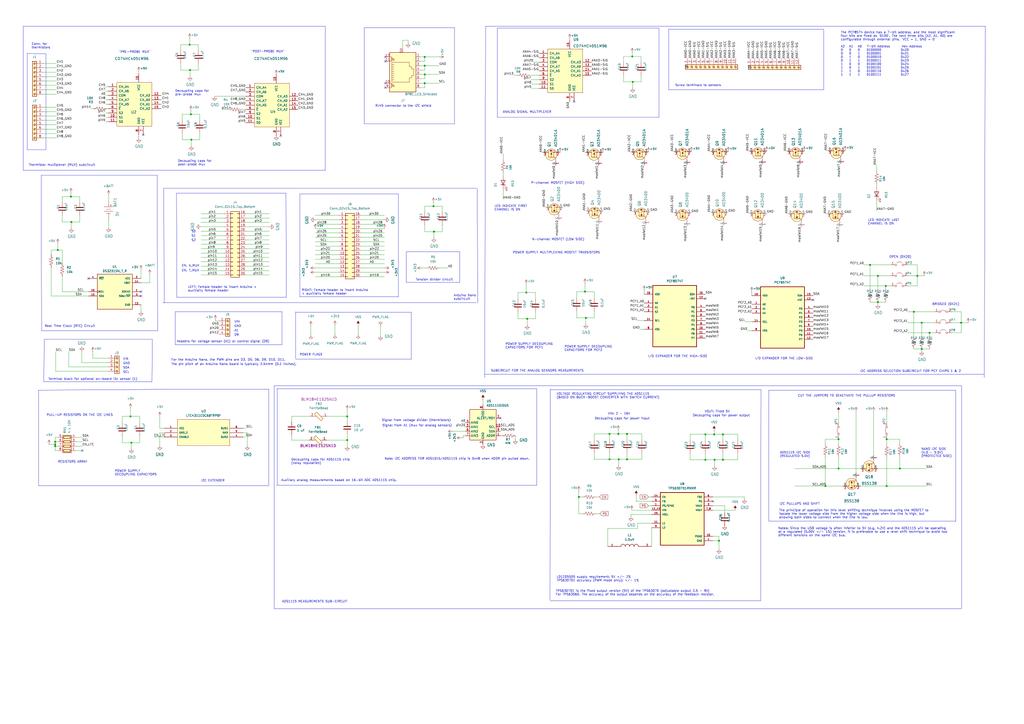
<source format=kicad_sch>
(kicad_sch (version 20230121) (generator eeschema)
  (paper "A2")
  (title_block (title "Resistance Data Logger (RDL) Controller") (date "2024-04-08") (rev "revE4") (company "Jericho Laboratory Inc."))
  (junction (at 246.38 48.26))
  (junction (at 32.004 256.286))
  (junction (at 409.194 251.968))
  (junction (at 358.648 251.714))
  (junction (at 534.67 202.438))
  (junction (at 514.35 254.762))
  (junction (at 504.698 153.67))
  (junction (at 419.354 251.968))
  (junction (at 110.236 40.64))
  (junction (at 339.852 184.404))
  (junction (at 366.776 32.766))
  (junction (at 521.97 271.78))
  (junction (at 33.528 145.034))
  (junction (at 75.692 241.554))
  (junction (at 414.528 266.7))
  (junction (at 414.274 251.968))
  (junction (at 363.728 251.714))
  (junction (at 251.46 119.634))
  (junction (at 532.13 160.02))
  (junction (at 251.714 134.366))
  (junction (at 419.354 266.7))
  (junction (at 339.344 169.164))
  (junction (at 201.422 255.27))
  (junction (at 509.27 175.26))
  (junction (at 367.03 47.498))
  (junction (at 109.982 25.908))
  (junction (at 305.816 184.912))
  (junction (at 478.79 281.94))
  (junction (at 534.67 187.198))
  (junction (at 32.004 257.81))
  (junction (at 110.744 66.294))
  (junction (at 409.194 266.7))
  (junction (at 353.568 251.714))
  (junction (at 76.2 256.794))
  (junction (at 335.788 288.29))
  (junction (at 486.41 254.762))
  (junction (at 509.27 160.02))
  (junction (at 110.998 81.026))
  (junction (at 417.068 313.69))
  (junction (at 358.902 266.446))
  (junction (at 32.004 258.826))
  (junction (at 557.53 187.198))
  (junction (at 530.098 180.848))
  (junction (at 41.402 128.778))
  (junction (at 513.842 165.862))
  (junction (at 305.308 169.672))
  (junction (at 246.38 38.1))
  (junction (at 246.38 43.18))
  (junction (at 514.35 281.94))
  (junction (at 201.422 241.554))
  (junction (at 246.38 33.02))
  (junction (at 41.148 114.046))
  (junction (at 486.41 271.78))
  (junction (at 353.568 266.446))
  (junction (at 363.728 266.446))
  (junction (at 539.242 193.04))
  (no_connect (at 223.52 50.8))
  (no_connect (at 81.788 171.704))
  (no_connect (at 413.512 290.83))
  (no_connect (at 223.52 48.26))
  (no_connect (at 409.194 173.228))
  (no_connect (at 51.308 161.544))
  (no_connect (at 47.752 261.366))
  (no_connect (at 471.678 173.99))
  (no_connect (at 162.814 78.74))
  (no_connect (at 332.994 58.928))
  (no_connect (at 223.52 33.02))
  (no_connect (at 290.322 242.57))
  (no_connect (at 83.058 78.232))
  (no_connect (at 81.788 169.164))
  (no_connect (at 223.52 35.56))
  (wire (pts (xy 499.11 271.78) (xy 486.41 271.78)))
  (wire (pts (xy 156.21 144.272) (xy 142.748 144.272)))
  (wire (pts (xy 358.902 266.446) (xy 358.902 270.002)))
  (polyline (pts (xy 554.482 302.26) (xy 446.024 302.26)))
  (wire (pts (xy 223.012 160.528) (xy 209.296 160.528)))
  (wire (pts (xy 243.84 48.26) (xy 246.38 48.26)))
  (wire (pts (xy 514.35 238.76) (xy 514.35 244.602)))
  (wire (pts (xy 255.016 155.448) (xy 259.842 155.448)))
  (wire (pts (xy 80.518 41.402) (xy 80.518 42.672)))
  (wire (pts (xy 280.162 231.648) (xy 280.162 234.95)))
  (wire (pts (xy 334.518 184.404) (xy 339.852 184.404)))
  (wire (pts (xy 344.678 255.27) (xy 344.678 251.714)))
  (wire (pts (xy 344.678 169.164) (xy 339.344 169.164)))
  (wire (pts (xy 43.942 253.746) (xy 47.752 253.746)))
  (wire (pts (xy 62.992 113.03) (xy 62.992 116.84)))
  (wire (pts (xy 504.698 175.26) (xy 509.27 175.26)))
  (wire (pts (xy 414.274 251.968) (xy 419.354 251.968)))
  (wire (pts (xy 367.03 47.498) (xy 367.03 51.054)))
  (wire (pts (xy 246.38 134.366) (xy 251.714 134.366)))
  (polyline (pts (xy 288.544 16.256) (xy 288.544 68.072)))
  (wire (pts (xy 105.664 66.294) (xy 110.744 66.294)))
  (wire (pts (xy 539.242 193.04) (xy 539.242 194.818)))
  (polyline (pts (xy 23.876 101.6) (xy 91.186 101.6)))
  (polyline (pts (xy 91.186 101.6) (xy 91.44 191.77)))
  (wire (pts (xy 532.13 160.02) (xy 536.194 160.02)))
  (wire (pts (xy 116.586 126.492) (xy 130.048 126.492)))
  (wire (pts (xy 223.012 135.128) (xy 209.296 135.128)))
  (polyline (pts (xy 266.7 146.05) (xy 266.7 163.83)))
  (wire (pts (xy 307.594 43.688) (xy 312.674 43.688)))
  (wire (pts (xy 413.512 295.91) (xy 426.466 295.91)))
  (wire (pts (xy 358.648 249.428) (xy 358.648 251.714)))
  (wire (pts (xy 427.99 263.144) (xy 427.99 266.7)))
  (wire (pts (xy 409.194 266.7) (xy 414.528 266.7)))
  (polyline (pts (xy 160.528 281.432) (xy 311.404 281.432)))
  (wire (pts (xy 305.308 164.846) (xy 305.308 169.672)))
  (wire (pts (xy 32.004 257.81) (xy 32.004 256.286)))
  (wire (pts (xy 243.84 50.8) (xy 246.38 50.8)))
  (polyline (pts (xy 276.86 109.474) (xy 277.114 175.768)))
  (wire (pts (xy 32.258 215.392) (xy 62.738 215.392)))
  (wire (pts (xy 298.958 252.73) (xy 298.958 255.016)))
  (wire (pts (xy 532.13 153.67) (xy 532.13 160.02)))
  (wire (pts (xy 339.852 184.404) (xy 339.852 187.96)))
  (wire (pts (xy 361.696 43.688) (xy 361.696 47.498)))
  (wire (pts (xy 25.146 80.01) (xy 32.766 80.01)))
  (wire (pts (xy 353.568 251.714) (xy 358.648 251.714)))
  (polyline (pts (xy 166.116 172.466) (xy 102.616 172.466)))
  (wire (pts (xy 33.528 141.224) (xy 33.528 145.034)))
  (wire (pts (xy 514.35 254.762) (xy 514.35 257.81)))
  (wire (pts (xy 110.236 40.64) (xy 115.062 40.64)))
  (polyline (pts (xy 570.992 218.948) (xy 571.5 15.24)))
  (wire (pts (xy 310.642 173.482) (xy 310.642 169.672)))
  (polyline (pts (xy 165.862 112.014) (xy 166.116 172.466)))
  (wire (pts (xy 353.568 255.016) (xy 353.568 251.714)))
  (wire (pts (xy 104.902 40.64) (xy 110.236 40.64)))
  (wire (pts (xy 353.568 262.636) (xy 353.568 266.446)))
  (wire (pts (xy 504.698 167.64) (xy 504.698 153.67)))
  (wire (pts (xy 223.012 152.908) (xy 209.296 152.908)))
  (wire (pts (xy 246.38 48.26) (xy 246.38 50.8)))
  (wire (pts (xy 182.88 160.528) (xy 196.596 160.528)))
  (wire (pts (xy 246.38 43.18) (xy 246.38 45.72)))
  (wire (pts (xy 400.304 266.7) (xy 409.194 266.7)))
  (wire (pts (xy 345.694 297.942) (xy 347.98 297.942)))
  (wire (pts (xy 182.88 132.588) (xy 196.596 132.588)))
  (wire (pts (xy 116.586 136.652) (xy 130.048 136.652)))
  (wire (pts (xy 419.354 251.968) (xy 419.354 255.27)))
  (wire (pts (xy 115.824 66.294) (xy 115.824 69.596)))
  (wire (pts (xy 104.902 29.21) (xy 104.902 25.908)))
  (wire (pts (xy 427.99 255.524) (xy 427.99 251.968)))
  (wire (pts (xy 156.21 129.032) (xy 142.748 129.032)))
  (wire (pts (xy 36.068 160.274) (xy 36.068 169.164)))
  (wire (pts (xy 25.146 54.61) (xy 32.766 54.61)))
  (polyline (pts (xy 554.482 226.568) (xy 554.482 302.514)))
  (wire (pts (xy 29.718 171.704) (xy 51.308 171.704)))
  (wire (pts (xy 244.856 155.448) (xy 247.396 155.448)))
  (polyline (pts (xy 311.404 281.432) (xy 311.404 225.552)))
  (wire (pts (xy 557.53 193.04) (xy 552.196 193.04)))
  (wire (pts (xy 366.776 30.48) (xy 366.776 32.766)))
  (wire (pts (xy 433.578 191.77) (xy 436.118 191.77)))
  (wire (pts (xy 400.304 255.524) (xy 400.304 251.968)))
  (wire (pts (xy 116.586 129.032) (xy 130.048 129.032)))
  (wire (pts (xy 414.528 266.7) (xy 414.528 270.256)))
  (wire (pts (xy 41.148 114.046) (xy 46.228 114.046)))
  (wire (pts (xy 25.146 69.85) (xy 32.766 69.85)))
  (wire (pts (xy 36.068 124.968) (xy 36.068 128.778)))
  (wire (pts (xy 305.816 184.912) (xy 305.816 188.468)))
  (polyline (pts (xy 231.14 172.212) (xy 173.99 172.212)))
  (wire (pts (xy 32.004 258.826) (xy 33.782 258.826)))
  (wire (pts (xy 25.146 74.93) (xy 32.766 74.93)))
  (wire (pts (xy 372.364 266.446) (xy 363.728 266.446)))
  (wire (pts (xy 25.146 44.45) (xy 32.766 44.45)))
  (wire (pts (xy 246.38 33.02) (xy 246.38 35.56)))
  (wire (pts (xy 128.524 63.5) (xy 132.588 63.5)))
  (wire (pts (xy 62.738 65.532) (xy 61.214 65.532)))
  (wire (pts (xy 513.842 165.862) (xy 513.842 167.64)))
  (wire (pts (xy 156.21 154.432) (xy 142.748 154.432)))
  (wire (pts (xy 367.03 47.498) (xy 371.856 47.498)))
  (wire (pts (xy 182.88 127.508) (xy 196.596 127.508)))
  (wire (pts (xy 335.788 297.942) (xy 335.788 288.29)))
  (polyline (pts (xy 231.14 112.522) (xy 231.14 172.212)))
  (wire (pts (xy 62.738 55.372) (xy 61.214 55.372)))
  (polyline (pts (xy 188.722 98.806) (xy 188.722 15.24)))
  (wire (pts (xy 486.41 271.78) (xy 461.01 271.78)))
  (wire (pts (xy 81.788 176.784) (xy 81.788 180.594)))
  (polyline (pts (xy 26.67 86.868) (xy 15.748 86.868)))
  (wire (pts (xy 557.53 187.198) (xy 557.53 193.04)))
  (wire (pts (xy 233.68 23.368) (xy 236.728 23.368)))
  (wire (pts (xy 310.642 184.912) (xy 310.642 181.102)))
  (wire (pts (xy 115.062 25.908) (xy 115.062 29.21)))
  (wire (pts (xy 116.586 146.812) (xy 130.048 146.812)))
  (wire (pts (xy 156.21 136.652) (xy 142.748 136.652)))
  (polyline (pts (xy 101.6 180.848) (xy 101.6 199.898)))
  (wire (pts (xy 156.21 146.812) (xy 142.748 146.812)))
  (polyline (pts (xy 173.99 112.522) (xy 173.99 172.212)))
  (polyline (pts (xy 91.44 191.77) (xy 24.13 191.77)))
  (wire (pts (xy 92.71 248.412) (xy 95.25 248.412)))
  (wire (pts (xy 43.942 256.286) (xy 47.752 256.286)))
  (wire (pts (xy 39.878 212.852) (xy 62.738 212.852)))
  (polyline (pts (xy 387.858 17.018) (xy 387.858 52.07)))
  (wire (pts (xy 436.118 169.164) (xy 436.118 171.45)))
  (wire (pts (xy 358.902 266.446) (xy 363.728 266.446)))
  (wire (pts (xy 182.88 152.908) (xy 196.596 152.908)))
  (wire (pts (xy 486.41 265.176) (xy 486.41 271.78)))
  (wire (pts (xy 358.648 251.714) (xy 363.728 251.714)))
  (wire (pts (xy 344.678 251.714) (xy 353.568 251.714)))
  (wire (pts (xy 268.732 252.73) (xy 268.732 254)))
  (wire (pts (xy 251.46 117.348) (xy 251.46 119.634)))
  (wire (pts (xy 104.902 36.83) (xy 104.902 40.64)))
  (wire (pts (xy 366.522 295.91) (xy 377.952 295.91)))
  (wire (pts (xy 156.21 159.512) (xy 142.748 159.512)))
  (wire (pts (xy 300.482 181.102) (xy 300.482 184.912)))
  (wire (pts (xy 532.13 160.02) (xy 532.13 165.862)))
  (wire (pts (xy 62.738 70.612) (xy 61.214 70.612)))
  (wire (pts (xy 76.2 256.794) (xy 76.2 260.35)))
  (wire (pts (xy 366.014 298.45) (xy 366.014 299.72)))
  (polyline (pts (xy 15.748 30.988) (xy 15.748 86.868)))
  (wire (pts (xy 124.968 185.42) (xy 124.968 186.182)))
  (wire (pts (xy 105.664 81.026) (xy 110.998 81.026)))
  (wire (pts (xy 297.942 43.688) (xy 299.974 43.688)))
  (wire (pts (xy 182.88 155.448) (xy 196.596 155.448)))
  (wire (pts (xy 127 186.182) (xy 124.968 186.182)))
  (polyline (pts (xy 103.632 225.806) (xy 22.352 226.314)))
  (wire (pts (xy 501.142 165.862) (xy 513.842 165.862)))
  (wire (pts (xy 116.586 123.952) (xy 130.048 123.952)))
  (wire (pts (xy 427.99 266.7) (xy 419.354 266.7)))
  (wire (pts (xy 534.67 187.198) (xy 534.67 194.818)))
  (wire (pts (xy 246.38 48.26) (xy 254.508 48.26)))
  (wire (pts (xy 62.992 127) (xy 62.992 132.08)))
  (wire (pts (xy 201.422 255.27) (xy 201.422 258.826)))
  (polyline (pts (xy 387.858 52.07) (xy 477.774 52.07)))
  (wire (pts (xy 32.004 261.366) (xy 33.782 261.366)))
  (wire (pts (xy 300.482 184.912) (xy 305.816 184.912)))
  (wire (pts (xy 29.718 145.034) (xy 29.718 147.574)))
  (wire (pts (xy 246.38 35.56) (xy 243.84 35.56)))
  (polyline (pts (xy 94.996 109.474) (xy 95.25 175.768)))
  (polyline (pts (xy 263.652 71.882) (xy 263.652 16.002)))
  (wire (pts (xy 189.992 241.554) (xy 201.422 241.554)))
  (wire (pts (xy 156.21 123.952) (xy 142.748 123.952)))
  (wire (pts (xy 243.84 43.18) (xy 246.38 43.18)))
  (wire (pts (xy 92.71 250.952) (xy 92.71 258.572)))
  (wire (pts (xy 25.146 52.07) (xy 32.766 52.07)))
  (wire (pts (xy 130.048 131.572) (xy 116.586 131.572)))
  (wire (pts (xy 81.026 256.794) (xy 81.026 252.984)))
  (wire (pts (xy 557.53 180.848) (xy 557.53 187.198)))
  (wire (pts (xy 182.88 124.968) (xy 196.596 124.968)))
  (wire (pts (xy 81.026 245.364) (xy 81.026 241.554)))
  (wire (pts (xy 143.51 250.952) (xy 143.51 258.572)))
  (wire (pts (xy 36.068 145.034) (xy 36.068 152.654)))
  (polyline (pts (xy 288.544 16.256) (xy 382.27 16.256)))
  (wire (pts (xy 62.738 57.912) (xy 61.214 57.912)))
  (wire (pts (xy 86.868 164.084) (xy 86.868 159.004)))
  (wire (pts (xy 116.586 134.112) (xy 130.048 134.112)))
  (wire (pts (xy 29.718 145.034) (xy 33.528 145.034)))
  (wire (pts (xy 201.422 241.554) (xy 201.422 244.348)))
  (wire (pts (xy 110.236 40.64) (xy 110.236 44.196)))
  (wire (pts (xy 109.982 22.098) (xy 109.982 25.908)))
  (polyline (pts (xy 23.876 101.6) (xy 24.13 191.77)))
  (polyline (pts (xy 238.506 181.102) (xy 238.506 208.28)))
  (polyline (pts (xy 13.462 15.24) (xy 13.462 98.806)))
  (polyline (pts (xy 155.956 281.686) (xy 155.956 225.806)))
  (wire (pts (xy 116.586 159.512) (xy 130.048 159.512)))
  (wire (pts (xy 32.004 261.366) (xy 32.004 258.826)))
  (polyline (pts (xy 171.45 181.102) (xy 238.506 181.102)))
  (wire (pts (xy 104.902 25.908) (xy 109.982 25.908)))
  (polyline (pts (xy 235.712 146.05) (xy 235.712 163.83)))
  (wire (pts (xy 262.636 250.19) (xy 270.002 250.19)))
  (wire (pts (xy 25.146 67.31) (xy 32.766 67.31)))
  (wire (pts (xy 43.942 258.826) (xy 47.752 258.826)))
  (wire (pts (xy 110.744 66.294) (xy 115.824 66.294)))
  (wire (pts (xy 419.354 266.7) (xy 419.354 262.89)))
  (wire (pts (xy 220.726 189.23) (xy 220.726 194.818)))
  (wire (pts (xy 552.196 187.198) (xy 557.53 187.198)))
  (wire (pts (xy 182.88 140.208) (xy 196.596 140.208)))
  (wire (pts (xy 514.35 281.94) (xy 537.21 281.94)))
  (polyline (pts (xy 266.7 163.83) (xy 235.712 163.83)))
  (wire (pts (xy 369.062 290.83) (xy 377.952 290.83)))
  (wire (pts (xy 110.998 81.026) (xy 110.998 84.582)))
  (wire (pts (xy 156.21 126.492) (xy 142.748 126.492)))
  (wire (pts (xy 310.642 169.672) (xy 305.308 169.672)))
  (wire (pts (xy 47.498 203.962) (xy 47.498 210.312)))
  (wire (pts (xy 377.952 298.45) (xy 366.014 298.45)))
  (wire (pts (xy 33.528 145.034) (xy 36.068 145.034)))
  (wire (pts (xy 93.218 57.912) (xy 93.98 57.912)))
  (wire (pts (xy 124.46 55.88) (xy 142.494 55.88)))
  (wire (pts (xy 223.012 140.208) (xy 209.296 140.208)))
  (wire (pts (xy 156.21 149.352) (xy 142.748 149.352)))
  (wire (pts (xy 377.952 316.992) (xy 377.952 306.07)))
  (wire (pts (xy 361.696 32.766) (xy 366.776 32.766)))
  (polyline (pts (xy 163.576 199.898) (xy 101.6 199.898)))
  (polyline (pts (xy 382.27 68.072) (xy 288.544 68.072)))
  (wire (pts (xy 70.866 256.794) (xy 76.2 256.794)))
  (wire (pts (xy 513.842 165.862) (xy 516.636 165.862)))
  (wire (pts (xy 246.38 43.18) (xy 254.508 43.18)))
  (wire (pts (xy 526.542 187.198) (xy 534.67 187.198)))
  (wire (pts (xy 110.744 64.008) (xy 110.744 66.294)))
  (wire (pts (xy 414.274 249.682) (xy 414.274 251.968)))
  (wire (pts (xy 371.856 47.498) (xy 371.856 43.688)))
  (wire (pts (xy 142.748 131.572) (xy 156.21 131.572)))
  (wire (pts (xy 256.54 119.634) (xy 256.54 122.936)))
  (wire (pts (xy 223.012 150.368) (xy 209.296 150.368)))
  (wire (pts (xy 62.738 52.832) (xy 61.214 52.832)))
  (wire (pts (xy 93.218 55.372) (xy 93.98 55.372)))
  (wire (pts (xy 496.57 274.32) (xy 496.57 238.76)))
  (wire (pts (xy 530.098 194.818) (xy 530.098 180.848)))
  (wire (pts (xy 534.67 187.198) (xy 542.036 187.198)))
  (wire (pts (xy 420.37 293.37) (xy 420.37 297.434)))
  (polyline (pts (xy 88.392 196.85) (xy 88.138 221.488)))
  (polyline (pts (xy 26.67 31.242) (xy 26.67 86.868)))
  (wire (pts (xy 291.846 89.154) (xy 291.846 92.71)))
  (wire (pts (xy 223.012 130.048) (xy 209.296 130.048)))
  (wire (pts (xy 25.146 64.77) (xy 32.766 64.77)))
  (wire (pts (xy 116.586 149.352) (xy 130.048 149.352)))
  (polyline (pts (xy 13.462 98.806) (xy 188.722 98.806)))
  (wire (pts (xy 75.692 236.728) (xy 75.692 241.554)))
  (polyline (pts (xy 211.328 71.882) (xy 263.652 71.882)))
  (wire (pts (xy 431.8 288.29) (xy 431.8 289.56)))
  (wire (pts (xy 409.194 251.968) (xy 414.274 251.968)))
  (wire (pts (xy 182.88 142.748) (xy 196.596 142.748)))
  (polyline (pts (xy 446.024 226.314) (xy 554.482 226.314)))
  (wire (pts (xy 47.498 210.312) (xy 62.738 210.312)))
  (wire (pts (xy 344.678 172.974) (xy 344.678 169.164)))
  (wire (pts (xy 330.454 22.352) (xy 330.454 23.368)))
  (wire (pts (xy 334.518 180.594) (xy 334.518 184.404)))
  (wire (pts (xy 25.146 72.39) (xy 32.766 72.39)))
  (wire (pts (xy 169.164 252.222) (xy 169.164 255.27)))
  (wire (pts (xy 366.776 32.766) (xy 371.856 32.766)))
  (wire (pts (xy 400.304 263.144) (xy 400.304 266.7)))
  (wire (pts (xy 41.402 128.778) (xy 41.402 132.334)))
  (wire (pts (xy 116.586 141.732) (xy 130.048 141.732)))
  (wire (pts (xy 501.142 153.67) (xy 504.698 153.67)))
  (wire (pts (xy 372.364 255.27) (xy 372.364 251.714)))
  (wire (pts (xy 552.196 180.848) (xy 557.53 180.848)))
  (wire (pts (xy 246.38 38.1) (xy 254.762 38.1)))
  (wire (pts (xy 339.852 184.404) (xy 344.678 184.404)))
  (wire (pts (xy 62.738 50.292) (xy 61.214 50.292)))
  (wire (pts (xy 305.816 184.912) (xy 310.642 184.912)))
  (polyline (pts (xy 441.198 348.488) (xy 441.452 226.06)))
  (polyline (pts (xy 171.45 180.848) (xy 171.45 208.026)))
  (wire (pts (xy 371.094 191.008) (xy 373.634 191.008)))
  (wire (pts (xy 369.824 185.928) (xy 373.634 185.928)))
  (wire (pts (xy 309.372 36.068) (xy 312.674 36.068)))
  (wire (pts (xy 432.308 186.69) (xy 436.118 186.69)))
  (polyline (pts (xy 281.178 217.17) (xy 570.992 217.17)))
  (wire (pts (xy 93.218 60.452) (xy 93.98 60.452)))
  (wire (pts (xy 514.35 254.762) (xy 521.97 254.762)))
  (wire (pts (xy 140.208 63.5) (xy 142.494 63.5)))
  (polyline (pts (xy 311.404 225.552) (xy 160.528 225.552)))
  (wire (pts (xy 521.97 254.762) (xy 521.97 257.302)))
  (wire (pts (xy 371.856 32.766) (xy 371.856 36.068)))
  (wire (pts (xy 105.664 69.596) (xy 105.664 66.294)))
  (wire (pts (xy 521.97 264.922) (xy 521.97 271.78)))
  (wire (pts (xy 509.27 160.02) (xy 509.27 167.64)))
  (wire (pts (xy 478.79 254.762) (xy 478.79 257.556)))
  (wire (pts (xy 334.518 169.164) (xy 334.518 172.974)))
  (polyline (pts (xy 155.956 225.806) (xy 103.632 225.806)))
  (polyline (pts (xy 319.024 348.488) (xy 441.198 348.488)))
  (wire (pts (xy 335.788 288.29) (xy 338.074 288.29)))
  (wire (pts (xy 62.738 60.452) (xy 61.214 60.452)))
  (wire (pts (xy 169.164 241.554) (xy 179.832 241.554)))
  (wire (pts (xy 414.528 266.7) (xy 419.354 266.7)))
  (wire (pts (xy 509.27 160.02) (xy 516.636 160.02)))
  (wire (pts (xy 291.846 100.33) (xy 291.846 102.108)))
  (wire (pts (xy 81.788 156.464) (xy 81.788 161.544)))
  (wire (pts (xy 81.026 241.554) (xy 75.692 241.554)))
  (wire (pts (xy 140.97 253.492) (xy 142.494 253.492)))
  (wire (pts (xy 373.634 168.402) (xy 373.634 170.688)))
  (polyline (pts (xy 15.748 30.988) (xy 26.67 31.242)))
  (wire (pts (xy 32.004 256.286) (xy 32.004 253.746)))
  (wire (pts (xy 32.004 253.746) (xy 33.782 253.746)))
  (wire (pts (xy 182.88 145.288) (xy 196.596 145.288)))
  (wire (pts (xy 182.88 157.988) (xy 196.596 157.988)))
  (wire (pts (xy 478.79 254.762) (xy 486.41 254.762)))
  (wire (pts (xy 514.35 265.43) (xy 514.35 281.94)))
  (wire (pts (xy 246.38 40.64) (xy 243.84 40.64)))
  (wire (pts (xy 140.97 248.412) (xy 142.748 248.412)))
  (wire (pts (xy 182.88 130.048) (xy 196.596 130.048)))
  (wire (pts (xy 182.88 135.128) (xy 196.596 135.128)))
  (wire (pts (xy 499.11 281.94) (xy 514.35 281.94)))
  (wire (pts (xy 417.068 313.69) (xy 417.068 318.516)))
  (wire (pts (xy 207.772 193.802) (xy 207.772 188.722)))
  (wire (pts (xy 36.068 117.348) (xy 36.068 114.046)))
  (wire (pts (xy 509.27 271.78) (xy 521.97 271.78)))
  (wire (pts (xy 201.422 237.744) (xy 201.422 241.554)))
  (wire (pts (xy 41.402 128.778) (xy 46.228 128.778)))
  (wire (pts (xy 29.718 155.194) (xy 29.718 171.704)))
  (wire (pts (xy 25.146 49.53) (xy 32.766 49.53)))
  (wire (pts (xy 308.356 48.768) (xy 312.674 48.768)))
  (wire (pts (xy 36.068 128.778) (xy 41.402 128.778)))
  (wire (pts (xy 413.512 313.69) (xy 417.068 313.69)))
  (wire (pts (xy 182.88 147.828) (xy 196.596 147.828)))
  (wire (pts (xy 115.824 81.026) (xy 115.824 77.216)))
  (wire (pts (xy 369.824 306.578) (xy 352.552 306.578)))
  (wire (pts (xy 530.098 202.438) (xy 534.67 202.438)))
  (wire (pts (xy 308.356 51.308) (xy 312.674 51.308)))
  (wire (pts (xy 233.68 27.94) (xy 233.68 23.368)))
  (wire (pts (xy 246.38 122.936) (xy 246.38 119.634)))
  (wire (pts (xy 25.146 41.91) (xy 32.766 41.91)))
  (polyline (pts (xy 571.5 15.24) (xy 281.686 15.24)))
  (wire (pts (xy 413.512 311.15) (xy 417.068 311.15)))
  (wire (pts (xy 363.728 251.714) (xy 363.728 255.016)))
  (wire (pts (xy 75.692 241.554) (xy 70.866 241.554)))
  (polyline (pts (xy 263.652 16.002) (xy 211.328 16.002)))
  (wire (pts (xy 420.37 305.054) (xy 420.37 304.8)))
  (wire (pts (xy 70.866 241.554) (xy 70.866 245.364)))
  (polyline (pts (xy 382.27 16.256) (xy 382.27 68.072)))
  (wire (pts (xy 223.012 142.748) (xy 209.296 142.748)))
  (wire (pts (xy 338.074 297.942) (xy 335.788 297.942)))
  (polyline (pts (xy 211.328 16.002) (xy 211.328 16.51)))
  (wire (pts (xy 534.67 202.438) (xy 534.67 203.708)))
  (polyline (pts (xy 102.362 112.014) (xy 102.616 172.466)))
  (wire (pts (xy 291.846 109.728) (xy 291.846 115.57)))
  (wire (pts (xy 194.31 193.802) (xy 194.31 188.722)))
  (wire (pts (xy 508.508 106.934) (xy 508.508 108.712)))
  (wire (pts (xy 339.344 169.164) (xy 334.518 169.164)))
  (wire (pts (xy 534.67 202.438) (xy 539.242 202.438)))
  (wire (pts (xy 268.732 254) (xy 267.716 254)))
  (wire (pts (xy 376.174 288.29) (xy 377.952 288.29)))
  (wire (pts (xy 243.84 38.1) (xy 246.38 38.1)))
  (wire (pts (xy 189.484 255.27) (xy 201.422 255.27)))
  (wire (pts (xy 557.53 187.198) (xy 561.594 187.198)))
  (wire (pts (xy 305.308 169.672) (xy 300.482 169.672)))
  (wire (pts (xy 417.068 311.15) (xy 417.068 313.69)))
  (wire (pts (xy 25.146 62.23) (xy 32.766 62.23)))
  (wire (pts (xy 251.714 134.366) (xy 251.714 137.922)))
  (wire (pts (xy 93.218 62.992) (xy 93.98 62.992)))
  (wire (pts (xy 25.146 36.83) (xy 32.766 36.83)))
  (wire (pts (xy 532.13 165.862) (xy 526.796 165.862)))
  (wire (pts (xy 508.508 116.332) (xy 508.508 122.174)))
  (wire (pts (xy 372.364 262.89) (xy 372.364 266.446)))
  (wire (pts (xy 201.422 251.968) (xy 201.422 255.27)))
  (wire (pts (xy 478.79 265.176) (xy 478.79 281.94)))
  (wire (pts (xy 81.788 164.084) (xy 86.868 164.084)))
  (wire (pts (xy 361.696 36.068) (xy 361.696 32.766)))
  (wire (pts (xy 372.364 251.714) (xy 363.728 251.714)))
  (wire (pts (xy 116.586 139.192) (xy 130.048 139.192)))
  (wire (pts (xy 361.696 47.498) (xy 367.03 47.498)))
  (wire (pts (xy 504.698 153.67) (xy 516.636 153.67)))
  (wire (pts (xy 223.012 155.448) (xy 209.296 155.448)))
  (wire (pts (xy 46.228 114.046) (xy 46.228 117.348)))
  (wire (pts (xy 25.146 77.47) (xy 32.766 77.47)))
  (wire (pts (xy 344.678 262.89) (xy 344.678 266.446)))
  (polyline (pts (xy 446.024 226.314) (xy 446.024 302.26)))
  (wire (pts (xy 25.146 39.37) (xy 32.766 39.37)))
  (wire (pts (xy 400.304 251.968) (xy 409.194 251.968)))
  (wire (pts (xy 521.97 271.78) (xy 537.21 271.78)))
  (wire (pts (xy 478.79 281.94) (xy 461.01 281.94)))
  (wire (pts (xy 236.728 23.368) (xy 236.728 24.892)))
  (wire (pts (xy 46.228 128.778) (xy 46.228 124.968)))
  (wire (pts (xy 110.998 81.026) (xy 115.824 81.026)))
  (wire (pts (xy 62.738 68.072) (xy 61.214 68.072)))
  (wire (pts (xy 345.694 288.29) (xy 347.726 288.29)))
  (wire (pts (xy 377.952 303.53) (xy 369.824 303.53)))
  (wire (pts (xy 335.788 284.734) (xy 335.788 288.29)))
  (wire (pts (xy 109.982 25.908) (xy 115.062 25.908)))
  (wire (pts (xy 363.728 266.446) (xy 363.728 262.636)))
  (wire (pts (xy 486.41 254.762) (xy 486.41 257.556)))
  (wire (pts (xy 169.164 241.554) (xy 169.164 244.602)))
  (wire (pts (xy 526.796 160.02) (xy 532.13 160.02)))
  (wire (pts (xy 223.012 127.508) (xy 209.296 127.508)))
  (wire (pts (xy 182.88 150.368) (xy 196.596 150.368)))
  (wire (pts (xy 223.012 157.988) (xy 209.296 157.988)))
  (wire (pts (xy 25.146 46.99) (xy 32.766 46.99)))
  (wire (pts (xy 223.012 145.288) (xy 209.296 145.288)))
  (wire (pts (xy 243.84 33.02) (xy 246.38 33.02)))
  (wire (pts (xy 413.512 293.37) (xy 420.37 293.37)))
  (wire (pts (xy 89.408 253.492) (xy 95.25 253.492)))
  (wire (pts (xy 53.848 207.772) (xy 62.738 207.772)))
  (wire (pts (xy 156.21 139.192) (xy 142.748 139.192)))
  (wire (pts (xy 53.848 203.962) (xy 53.848 207.772)))
  (wire (pts (xy 246.38 33.02) (xy 254.762 33.02)))
  (wire (pts (xy 156.21 141.732) (xy 142.748 141.732)))
  (wire (pts (xy 526.542 193.04) (xy 539.242 193.04)))
  (wire (pts (xy 140.97 250.952) (xy 143.51 250.952)))
  (wire (pts (xy 95.25 250.952) (xy 92.71 250.952)))
  (polyline (pts (xy 235.712 146.05) (xy 266.7 146.05)))
  (wire (pts (xy 80.518 80.01) (xy 80.518 78.232)))
  (polyline (pts (xy 25.654 196.85) (xy 88.392 196.85)))
  (wire (pts (xy 256.54 134.366) (xy 256.54 130.556)))
  (wire (pts (xy 246.38 38.1) (xy 246.38 40.64)))
  (wire (pts (xy 70.866 252.984) (xy 70.866 256.794)))
  (wire (pts (xy 116.586 151.892) (xy 130.048 151.892)))
  (wire (pts (xy 156.21 151.892) (xy 142.748 151.892)))
  (wire (pts (xy 308.102 46.228) (xy 312.674 46.228)))
  (wire (pts (xy 41.148 111.76) (xy 41.148 114.046)))
  (wire (pts (xy 43.942 261.366) (xy 47.752 261.366)))
  (wire (pts (xy 526.542 180.848) (xy 530.098 180.848)))
  (polyline (pts (xy 477.774 52.07) (xy 477.774 17.018)))
  (wire (pts (xy 290.322 252.73) (xy 291.338 252.73)))
  (wire (pts (xy 116.586 144.272) (xy 130.048 144.272)))
  (wire (pts (xy 76.2 256.794) (xy 81.026 256.794)))
  (polyline (pts (xy 22.352 226.314) (xy 22.352 281.686)))
  (wire (pts (xy 509.27 175.26) (xy 509.27 176.53)))
  (wire (pts (xy 92.71 241.554) (xy 92.71 248.412)))
  (wire (pts (xy 376.174 293.37) (xy 377.952 293.37)))
  (wire (pts (xy 530.098 180.848) (xy 542.036 180.848)))
  (polyline (pts (xy 101.6 180.848) (xy 163.576 180.848)))
  (polyline (pts (xy 319.278 225.552) (xy 319.024 347.98)))
  (wire (pts (xy 508.508 95.758) (xy 508.508 99.314)))
  (wire (pts (xy 169.164 255.27) (xy 179.324 255.27)))
  (wire (pts (xy 243.84 45.72) (xy 246.38 45.72)))
  (wire (pts (xy 344.678 266.446) (xy 353.568 266.446)))
  (wire (pts (xy 28.448 257.81) (xy 32.004 257.81)))
  (polyline (pts (xy 319.278 226.06) (xy 441.452 226.06)))
  (wire (pts (xy 223.012 137.668) (xy 209.296 137.668)))
  (polyline (pts (xy 281.686 15.24) (xy 281.178 218.948)))
  (polyline (pts (xy 88.138 221.488) (xy 25.4 221.488)))
  (wire (pts (xy 251.46 119.634) (xy 256.54 119.634)))
  (polyline (pts (xy 102.362 112.014) (xy 165.862 112.014)))
  (wire (pts (xy 223.012 147.828) (xy 209.296 147.828)))
  (polyline (pts (xy 387.858 17.018) (xy 477.774 17.018)))
  (wire (pts (xy 116.586 156.972) (xy 130.048 156.972)))
  (wire (pts (xy 36.068 114.046) (xy 41.148 114.046)))
  (polyline (pts (xy 211.328 16.51) (xy 211.328 71.882)))
  (wire (pts (xy 32.004 256.286) (xy 33.782 256.286)))
  (wire (pts (xy 413.512 288.29) (xy 431.8 288.29)))
  (wire (pts (xy 539.242 193.04) (xy 542.036 193.04)))
  (wire (pts (xy 369.824 303.53) (xy 369.824 306.578)))
  (wire (pts (xy 344.678 184.404) (xy 344.678 180.594)))
  (polyline (pts (xy 238.506 208.28) (xy 171.45 208.28)))
  (wire (pts (xy 501.142 160.02) (xy 509.27 160.02)))
  (wire (pts (xy 526.796 153.67) (xy 532.13 153.67)))
  (wire (pts (xy 352.552 306.578) (xy 352.552 316.992)))
  (wire (pts (xy 488.95 281.94) (xy 478.79 281.94)))
  (polyline (pts (xy 160.782 225.552) (xy 160.782 281.432)))
  (wire (pts (xy 506.73 264.16) (xy 506.73 238.76)))
  (polyline (pts (xy 94.488 175.514) (xy 276.352 175.514)))
  (wire (pts (xy 223.012 124.968) (xy 209.296 124.968)))
  (polyline (pts (xy 173.99 112.522) (xy 231.14 112.522)))
  (wire (pts (xy 39.878 203.962) (xy 39.878 212.852)))
  (wire (pts (xy 246.38 130.556) (xy 246.38 134.366)))
  (wire (pts (xy 486.41 238.76) (xy 486.41 244.602)))
  (wire (pts (xy 270.002 252.73) (xy 268.732 252.73)))
  (wire (pts (xy 409.194 255.27) (xy 409.194 251.968)))
  (polyline (pts (xy 13.462 15.24) (xy 188.722 15.24)))
  (polyline (pts (xy 25.654 196.85) (xy 25.4 221.488)))
  (wire (pts (xy 182.88 137.668) (xy 196.596 137.668)))
  (wire (pts (xy 36.068 169.164) (xy 51.308 169.164)))
  (wire (pts (xy 251.714 134.366) (xy 256.54 134.366)))
  (wire (pts (xy 116.586 154.432) (xy 130.048 154.432)))
  (polyline (pts (xy 94.742 109.22) (xy 276.606 109.22)))
  (wire (pts (xy 52.832 62.992) (xy 54.356 62.992)))
  (wire (pts (xy 300.482 169.672) (xy 300.482 173.482)))
  (wire (pts (xy 339.344 164.338) (xy 339.344 169.164)))
  (polyline (pts (xy 163.576 180.848) (xy 163.576 199.898)))
  (wire (pts (xy 61.976 62.992) (xy 62.738 62.992)))
  (polyline (pts (xy 22.352 281.686) (xy 155.956 281.686)))
  (wire (pts (xy 509.27 175.26) (xy 513.842 175.26)))
  (wire (pts (xy 180.34 194.056) (xy 180.34 188.976)))
  (wire (pts (xy 32.258 215.392) (xy 32.258 203.962)))
  (wire (pts (xy 223.012 132.588) (xy 209.296 132.588)))
  (wire (pts (xy 105.664 77.216) (xy 105.664 81.026)))
  (wire (pts (xy 427.99 251.968) (xy 419.354 251.968)))
  (wire (pts (xy 115.062 40.64) (xy 115.062 36.83)))
  (wire (pts (xy 409.194 262.89) (xy 409.194 266.7)))
  (wire (pts (xy 156.21 156.972) (xy 142.748 156.972)))
  (wire (pts (xy 246.38 119.634) (xy 251.46 119.634)))
  (wire (pts (xy 369.062 287.274) (xy 369.062 290.83)))
  (wire (pts (xy 32.004 258.826) (xy 32.004 257.81)))
  (wire (pts (xy 353.568 266.446) (xy 358.902 266.446)))
  (wire (pts (xy 156.21 134.112) (xy 142.748 134.112)))
  (rectangle (start 159.004 223.774) (end 557.784 353.06))
  (text "EN. T_MUX\n" (at 105.41 157.734 0) (effects (font (size 1.27 1.27)) (justify left bottom)))
  (text "Thermistor multiplexer (MUX) subcircuit" (at 16.51 96.52 0) (effects (font (size 1.27 1.27)) (justify left bottom)))
  (text "N-channel MOSFET (LOW SIDE)" (at 308.61 139.7 0) (effects (font (size 1.27 1.27)) (justify left bottom)))
  (text "S1" (at 110.998 137.668 0) (effects (font (size 1.27 1.27)) (justify left bottom)))
  (text "Arduino Nano\nsubcircuit" (at 263.144 174.244 0) (effects (font (size 1.27 1.27)) (justify left bottom)))
  (text "I/O EXPANDER FOR THE HIGH-SIDE" (at 375.92 207.518 0) (effects (font (size 1.27 1.27)) (justify left bottom)))
  (text "The principle of operation for this level shifting technique involves using the MOSFET to \nisolate the lower voltage side from the higher voltage side when the line is high, but \nallowing both sides to connect when the line is low. " (at 451.866 300.99 0) (effects (font (size 1.27 1.27)) (justify left bottom)))
  (text "D9" (at 135.89 195.072 0) (effects (font (size 1.27 1.27)) (justify left bottom)))
  (text "Notes: Since the USB voltage is often inferior to 5V (e.g. 4.2V) and the ADS1115 will be operating\nat a regulated (5.00V +/- 1%) tension, it is preferable to use a level shift technique to avoid two \ndifferent tensions on the same I2C bus." (at 451.358 311.404 0) (effects (font (size 1.27 1.27)) (justify left bottom)))
  (text "L01Z05S05 supply requirement: 5V +/- 2%\nTPS630701 accuracy (PWM mode only): +/- 1%" (at 322.834 337.566 0) (effects (font (size 1.27 1.27)) (justify left bottom)))
  (text "LEFT: Female header to insert Arduino + \nauxiliairy female header\n" (at 108.966 169.418 0) (effects (font (size 1.27 1.27)) (justify left bottom)))
  (text "P-channel MOSFET (HIGH SIDE)" (at 308.102 106.934 0) (effects (font (size 1.27 1.27)) (justify left bottom)))
  (text "POWER SUPPLY \nDECOUPLING CAPACITORS" (at 66.548 276.098 0) (effects (font (size 1.27 1.27)) (justify left bottom)))
  (text "Decoupling caps for ADS1115 chip \n(noisy reputation)" (at 168.91 269.494 0) (effects (font (size 1.27 1.27)) (justify left bottom)))
  (text "SCL" (at 71.374 216.662 0) (effects (font (size 1.27 1.27)) (justify left bottom)))
  (text "LED INDICATE FIRST \nCHANNEL IS ON" (at 286.766 122.428 0) (effects (font (size 1.27 1.27)) (justify left bottom)))
  (text "Terminal block for optional on-board i2c sensor (1)" (at 27.94 220.726 0) (effects (font (size 1.27 1.27)) (justify left bottom)))
  (text "Real Time Clock (RTC) Circuit" (at 25.908 189.992 0) (effects (font (size 1.27 1.27)) (justify left bottom)))
  (text "Note: I2C ADDRESS FOR ADS1015/ADS1115 chip is 0x48 when ADDR pin pulled down.\n" (at 223.012 266.954 0) (effects (font (size 1.27 1.27)) (justify left bottom)))
  (text "TPS630701 is the fixed output version (5V) of the TPS63070 (adjustable output 2.5 - 9V)\nFor TPS63060, The accuracy of the output depends on the accuracy of the feedback resistor." (at 322.326 345.694 0) (effects (font (size 1.27 1.27)) (justify left bottom)))
  (text "GND" (at 135.89 189.992 0) (effects (font (size 1.27 1.27)) (justify left bottom)))
  (text "VIN: 2 - 16V" (at 352.552 240.792 0) (effects (font (size 1.27 1.27)) (justify left bottom)))
  (text "A1" (at 135.89 192.532 0) (effects (font (size 1.27 1.27)) (justify left bottom)))
  (text "Decoupling caps for power output" (at 401.828 241.808 0) (effects (font (size 1.27 1.27)) (justify left bottom)))
  (text "Auxiliary analog measurements based on 16-bit ADC ADS1115 chip.\n" (at 163.068 279.4 0) (effects (font (size 1.27 1.27)) (justify left bottom)))
  (text "POWER SUPPLY MULTIPLEXING MOSFET TRANSISTORS" (at 297.434 147.32 0) (effects (font (size 1.27 1.27)) (justify left bottom)))
  (text "BRIDGED (0X21)" (at 540.766 177.292 0) (effects (font (size 1.27 1.27)) (justify left bottom)))
  (text "LED INDICATE LAST \nCHANNEL IS ON" (at 503.428 130.556 0) (effects (font (size 1.27 1.27)) (justify left bottom)))
  (text "Decoupling caps for\npost-probe mux" (at 103.124 96.266 0) (effects (font (size 1.27 1.27)) (justify left bottom)))
  (text "Signal from A1 (mux for analog sensors)" (at 221.742 247.65 0) (effects (font (size 1.27 1.27)) (justify left bottom)))
  (text "VIN" (at 71.374 209.042 0) (effects (font (size 1.27 1.27)) (justify left bottom)))
  (text "\"POST-PROBE MUX\"" (at 145.542 30.734 0) (effects (font (size 1.27 1.27)) (justify left bottom)))
  (text "I2C PULLUPS AND SHIFT" (at 452.12 293.116 0) (effects (font (size 1.27 1.27)) (justify left bottom)))
  (text "SDA" (at 71.374 214.122 0) (effects (font (size 1.27 1.27)) (justify left bottom)))
  (text "PULL-UP RESISTORS ON THE I2C LINES" (at 26.924 241.554 0) (effects (font (size 1.27 1.27)) (justify left bottom)))
  (text "\"PRE-PROBE MUX\"" (at 68.834 30.988 0) (effects (font (size 1.27 1.27)) (justify left bottom)))
  (text "ADS1115 MEASUREMENTS SUB-CIRCUIT" (at 163.576 349.758 0) (effects (font (size 1.27 1.27)) (justify left bottom)))
  (text "Conn. for \nthermistors\n" (at 18.288 28.448 0) (effects (font (size 1.27 1.27)) (justify left bottom)))
  (text "Decoupling caps for power input" (at 344.932 243.586 0) (effects (font (size 1.27 1.27)) (justify left bottom)))
  (text "I2C ADDRESS SELECTION SUBCIRCUIT FOR PCF CHIPS 1 & 2" (at 498.856 216.154 0) (effects (font (size 1.27 1.27)) (justify left bottom)))
  (text "VOLTAGE REGULATING CIRCUIT SUPPLYING THE ADS1115\n(BASED ON BUCK-BOOST CONVERTER WITH SWITCH CURRENT)" (at 322.834 231.394 0) (effects (font (size 1.27 1.27)) (justify left bottom)))
  (text "GND" (at 71.374 211.582 0) (effects (font (size 1.27 1.27)) (justify left bottom)))
  (text "The pin pitch of an Arduino Nano board is typically 2.54mm (0.1 inches)." (at 99.314 212.09 0) (effects (font (size 1.27 1.27)) (justify left bottom)))
  (text "RESISTORS ARRAY" (at 33.528 268.732 0) (effects (font (size 1.27 1.27)) (justify left bottom)))
  (text "SUBCIRCUIT FOR THE ANALOG SENSORS MEASUREMENTS" (at 284.734 215.9 0) (effects (font (size 1.27 1.27)) (justify left bottom)))
  (text "VOUT: Fixed 5V" (at 408.686 239.522 0) (effects (font (size 1.27 1.27)) (justify left bottom)))
  (text "RIGHT: Female header to insert Arduino\n+ auxiliairy female header\n" (at 175.006 171.196 0) (effects (font (size 1.27 1.27)) (justify left bottom)))
  (text "ADS1115 I2C SIDE\n(REGULATED 5.0V)" (at 452.374 265.43 0) (effects (font (size 1.27 1.27)) (justify left bottom)))
  (text "POWER SUPPLY DECOUPLING \nCAPACITORS FOR PCF1" (at 293.116 202.438 0) (effects (font (size 1.27 1.27)) (justify left bottom)))
  (text "Headers for voltage sensor (A1) or control signal (D9)" (at 102.362 198.882 0) (effects (font (size 1.27 1.27)) (justify left bottom)))
  (text "NANO I2C SIDE\n(4.0 - 5.0V)\n(PROTECTED SIDE)" (at 534.416 265.43 0) (effects (font (size 1.27 1.27)) (justify left bottom)))
  (text "Decoupling caps for\npre-probe mux" (at 101.6 55.626 0) (effects (font (size 1.27 1.27)) (justify left bottom)))
  (text "For the Arduino Nano, the PWM pins are D3, D5, D6, D9, D10, D11." (at 99.314 209.55 0) (effects (font (size 1.27 1.27)) (justify left bottom)))
  (text "EN. A_MUX\n" (at 105.41 154.94 0) (effects (font (size 1.27 1.27)) (justify left bottom)))
  (text "ANALOG SIGNAL MULTIPLEXER" (at 291.592 65.786 0) (effects (font (size 1.27 1.27)) (justify left bottom)))
  (text "POWER FLAGS\n" (at 173.736 206.502 0) (effects (font (size 1.27 1.27)) (justify left bottom)))
  (text "POWER SUPPLY DECOUPLING \nCAPACITORS FOR PCF2" (at 327.406 203.962 0) (effects (font (size 1.27 1.27)) (justify left bottom)))
  (text "Tension divider circuit" (at 241.046 163.068 0) (effects (font (size 1.27 1.27)) (justify left bottom)))
  (text "RJ45 connector to the I2C shield" (at 217.678 62.23 0) (effects (font (size 1.27 1.27)) (justify left bottom)))
  (text "CUT THE JUMPERS TO DEACTIVATE THE PULLUP RESISTORS" (at 462.788 230.378 0) (effects (font (size 1.27 1.27)) (justify left bottom)))
  (text "I/O EXPANDER FOR THE LOW-SIDE" (at 437.896 208.788 0) (effects (font (size 1.27 1.27)) (justify left bottom)))
  (text "S0" (at 110.998 135.128 0) (effects (font (size 1.27 1.27)) (justify left bottom)))
  (text "OPEN (0X20)" (at 515.874 149.86 0) (effects (font (size 1.27 1.27)) (justify left bottom)))
  (text "Signal from voltage divider (thermistors)\n" (at 221.488 244.602 0) (effects (font (size 1.27 1.27)) (justify left bottom)))
  (text "S2" (at 110.998 140.208 0) (effects (font (size 1.27 1.27)) (justify left bottom)))
  (text "The PCF8574 device has a 7-bit address, and the most significant\nfour bits are fixed as '0100'. The next three bits (A2, A1, A0) are \nconfigurable through external pins. 'VCC = 1, GND = 0'\n\nA2	A1	A0	7-bit Address	Hex Address\n0	0	0	0100000	          0x20\n0	0	1	0100001	          0x21\n0	1	0	0100010	          0x22\n0	1	1	0100011	          0x23\n1	0	0	0100100	          0x24\n1	0	1	0100101	          0x25\n1	1	0	0100110	          0x26\n1	1	1	0100111	          0x27" (at 487.68 44.196 0) (effects (font (size 1.27 1.27)) (justify left bottom)))
  (text "Screw terminals to sensors" (at 391.668 50.292 0) (effects (font (size 1.27 1.27)) (justify left bottom)))
  (text "I2C EXTENDER" (at 116.586 279.654 0) (effects (font (size 1.27 1.27)) (justify left bottom)))
  (text "VIN" (at 135.89 187.452 0) (effects (font (size 1.27 1.27)) (justify left bottom)))
  (label "mosfet12" (at 471.678 184.15 0))
  (label "pin15" (at 152.4 159.512 180))
  (label "ANA2-GND" (at 416.56 33.782 90))
  (label "CH2" (at 32.766 41.91 0))
  (label "CH8_GND" (at 32.766 80.01 0))
  (label "GND" (at 330.454 58.928 270))
  (label "ANA7-GND" (at 508.508 122.174 0) (effects (font (size 1.2446 1.2446))))
  (label "ANA1-SIG" (at 343.154 41.148 0))
  (label "GND" (at 433.578 191.77 180))
  (label "SDA" (at 39.878 203.962 0))
  (label "pin14" (at 128.524 63.5 0))
  (label "ANA0-GND" (at 316.484 120.142 90) (effects (font (size 1.2446 1.2446))))
  (label "EN_LTC" (at 89.408 253.492 0) (effects (font (size 1.2446 1.2446))))
  (label "pin6" (at 142.494 68.58 180))
  (label "pin6" (at 120.904 136.652 0))
  (label "GND" (at 254.762 38.1 0))
  (label "SCL" (at 47.752 256.286 0) (effects (font (size 1.2446 1.2446))))
  (label "ANA1-VCC" (at 406.4 33.782 90))
  (label "pin30" (at 191.77 124.968 180))
  (label "ANA5-VCC" (at 442.976 34.036 90))
  (label "CH8" (at 32.766 77.47 0))
  (label "pin5" (at 120.904 134.112 0))
  (label "pin9" (at 152.4 144.272 180))
  (label "SDA" (at 47.498 171.704 180))
  (label "pin22" (at 191.516 145.288 180))
  (label "mosfet6" (at 409.194 193.548 0))
  (label "mosfet14" (at 419.862 130.81 270))
  (label "A0" (at 214.376 152.908 0))
  (label "mosfet15" (at 442.214 131.318 270))
  (label "ANA3-GND" (at 424.18 33.782 90))
  (label "PCF1_A1" (at 373.634 178.308 180) (effects (font (size 1.2446 1.2446))))
  (label "ANA0-GND" (at 401.32 33.782 90))
  (label "mosfet13" (at 398.526 131.064 270))
  (label "pin8" (at 151.892 141.732 180))
  (label "SDA" (at 189.484 142.748 180))
  (label "pin3" (at 120.904 129.032 0))
  (label "mosfet1" (at 409.194 180.848 0))
  (label "mosfet13" (at 471.678 186.69 0))
  (label "mosfet16" (at 464.82 131.572 270))
  (label "mosfet2" (at 409.194 183.388 0))
  (label "mosfet16" (at 471.678 194.31 0))
  (label "ANA6-GND" (at 453.136 34.036 90))
  (label "ANA1-GND" (at 339.852 122.174 90) (effects (font (size 1.2446 1.2446))))
  (label "SCL" (at 216.408 140.208 0))
  (label "mosfet15" (at 471.678 191.77 0))
  (label "GND" (at 371.094 191.008 180))
  (label "ANA0-SIG" (at 343.154 38.608 0))
  (label "pin5" (at 142.494 71.12 180))
  (label "ANA2-SIG" (at 419.1 33.782 90))
  (label "ANA7-VCC" (at 458.216 34.036 90))
  (label "ANA7-SIG" (at 312.674 38.608 180))
  (label "pin14" (at 52.832 62.992 180))
  (label "CH4" (at 93.98 55.372 0))
  (label "pin12" (at 127 193.802 180))
  (label "pin5" (at 308.356 51.308 180))
  (label "pin7" (at 151.892 139.192 180))
  (label "PCF2_A2" (at 526.542 193.04 180) (effects (font (size 1.2446 1.2446))))
  (label "ANA5-GND" (at 445.516 34.036 90))
  (label "mosfet17" (at 471.678 196.85 0))
  (label "ANA6-SIG" (at 312.674 33.528 180))
  (label "SDA" (at 254.508 43.18 0))
  (label "mosfet4" (at 419.862 95.504 270))
  (label "pin3" (at 151.892 129.032 180))
  (label "A0" (at 61.214 55.372 180))
  (label "SCL" (at 189.484 140.208 180))
  (label "mosfet12" (at 374.65 130.302 270))
  (label "PCF2_A1" (at 526.542 187.198 180) (effects (font (size 1.2446 1.2446))))
  (label "pin16" (at 214.376 160.528 0))
  (label "ANA0-VCC" (at 291.846 89.154 90) (effects (font (size 1.2446 1.2446))))
  (label "PCF2_A0" (at 526.542 180.848 180) (effects (font (size 1.2446 1.2446))))
  (label "PCF1_A2" (at 373.634 180.848 180) (effects (font (size 1.2446 1.2446))))
  (label "pin13" (at 120.396 154.432 0))
  (label "CH7" (at 32.766 72.39 0))
  (label "pin20" (at 270.002 247.65 180))
  (label "pin11" (at 152.4 149.352 180))
  (label "pin21" (at 191.516 147.828 180))
  (label "pin9" (at 120.396 144.272 0))
  (label "CH5" (at 61.214 50.292 180))
  (label "mosfet4" (at 409.194 188.468 0))
  (label "pin6" (at 308.356 48.768 180))
  (label "ANA6-SIG" (at 455.676 34.036 90))
  (label "CH8_GND" (at 142.494 58.42 180))
  (label "ANA7-GND" (at 479.552 123.952 90) (effects (font (size 1.2446 1.2446))))
  (label "ANA3-VCC" (at 390.906 87.884 90))
  (label "ANA4-GND" (at 437.896 34.036 90))
  (label "PCF2_A0" (at 436.118 176.53 180) (effects (font (size 1.2446 1.2446))))
  (label "SCL" (at 432.308 186.69 180))
  (label "pin7" (at 142.494 66.04 180))
  (label "SCL" (at 44.958 169.164 0))
  (label "pin22" (at 214.376 145.288 0))
  (label "mosfet17" (at 487.172 131.572 270))
  (label "ANA5-VCC" (at 434.594 87.63 90))
  (label "SDA" (at 471.678 171.45 0))
  (label "ANA7-VCC" (at 508.508 95.758 90))
  (label "mosfet10" (at 324.104 127.762 270))
  (label "CH1_GND" (at 32.766 39.37 0))
  (label "mosfet7" (at 409.194 196.088 0))
  (label "pin14" (at 152.4 156.972 180))
  (label "pin5" (at 61.214 70.612 180))
  (label "ANA6-VCC" (at 456.438 87.63 90))
  (label "GND" (at 326.644 120.142 0))
  (label "CH8" (at 61.214 57.912 180))
  (label "CH2_GND" (at 32.766 44.45 0))
  (label "SDA" (at 216.408 142.748 0))
  (label "ANA0-VCC" (at 398.78 33.782 90))
  (label "GND" (at 444.754 123.698 0))
  (label "CH2" (at 93.98 60.452 0))
  (label "pin16" (at 191.516 160.528 180))
  (label "mosfet11" (at 471.678 181.61 0))
  (label "pin21" (at 214.376 147.828 0))
  (label "PCF1_A2" (at 501.142 165.862 180) (effects (font (size 1.2446 1.2446))))
  (label "CH4" (at 32.766 52.07 0))
  (label "ANA3-SIG" (at 343.154 36.068 0))
  (label "PCF2_A1" (at 436.118 179.07 180) (effects (font (size 1.2446 1.2446))))
  (label "mosfet6" (at 464.058 95.25 270))
  (label "CH2_GND" (at 172.974 60.96 0))
  (label "ANA3-GND" (at 390.906 123.444 90) (effects (font (size 1.2446 1.2446))))
  (label "CH5" (at 32.766 62.23 0))
  (label "SCL_ADS" (at 471.17 281.94 0) (effects (font (size 1.2446 1.2446))))
  (label "pin5" (at 151.892 134.112 180))
  (label "mosfet3" (at 409.194 185.928 0))
  (label "ANA2-GND" (at 367.03 122.682 90) (effects (font (size 1.2446 1.2446))))
  (label "CH1" (at 93.98 57.912 0))
  (label "GND" (at 422.402 123.19 0))
  (label "SCL" (at 254.508 48.26 0))
  (label "PCF1_A1" (at 501.142 160.02 180) (effects (font (size 1.2446 1.2446))))
  (label "A0" (at 270.002 245.11 180))
  (label "ANA7-VCC" (at 480.06 87.376 90))
  (label "GND" (at 467.36 123.952 0))
  (label "CH3_GND" (at 32.766 49.53 0))
  (label "pin26" (at 189.484 135.128 180))
  (label "pin2" (at 120.904 126.492 0))
  (label "ANA5-GND" (at 434.594 123.698 90) (effects (font (size 1.2446 1.2446))))
  (label "pin7" (at 120.904 139.192 0))
  (label "pin10" (at 120.396 146.812 0))
  (label "mosfet7" (at 487.68 94.996 270))
  (label "pin28" (at 189.484 130.048 180))
  (label "pin20" (at 309.372 36.068 180))
  (label "pin1" (at 120.904 123.952 0))
  (label "SDA" (at 47.752 253.746 0) (effects (font (size 1.2446 1.2446))))
  (label "pin13" (at 297.942 43.688 180))
  (label "PCF2_A2" (at 436.118 181.61 180) (effects (font (size 1.2446 1.2446))))
  (label "A0" (at 191.516 152.908 180))
  (label "mosfet5" (at 409.194 191.008 0))
  (label "pin6" (at 151.892 136.652 180))
  (label "ANA3-VCC" (at 421.64 33.782 90))
  (label "pin12" (at 120.396 151.892 0))
  (label "ANA1-GND" (at 408.94 33.782 90))
  (label "A0" (at 259.842 155.448 0))
  (label "mosfet0" (at 409.194 178.308 0))
  (label "SDA" (at 537.21 271.78 0) (effects (font (size 1.2446 1.2446))))
  (label "ANA1-VCC" (at 339.598 88.392 90))
  (label "ANA4-SIG" (at 440.436 34.036 90))
  (label "ANA0-SIG" (at 403.86 33.782 90))
  (label "pin25" (at 189.484 137.668 180))
  (label "pin20" (at 191.516 150.368 180))
  (label "pin1" (at 151.892 123.952 180))
  (label "ANA0-GND" (at 291.846 115.57 0) (effects (font (size 1.2446 1.2446))))
  (label "pin7" (at 61.214 65.532 180))
  (label "CH7" (at 61.214 52.832 180))
  (label "SDA" (at 409.194 170.688 0))
  (label "pin20" (at 127 191.262 180))
  (label "CH4_GND" (at 172.974 55.88 0))
  (label "mosfet1" (at 347.218 96.012 270))
  (label "ANA4-GND" (at 412.242 123.19 90) (effects (font (size 1.2446 1.2446))))
  (label "pin30" (at 214.122 124.968 0))
  (label "pin28" (at 216.408 130.048 0))
  (label "EN_LTC" (at 47.752 258.826 0) (effects (font (size 1.2446 1.2446))))
  (label "pin26" (at 216.408 135.128 0))
  (label "ANA5-SIG" (at 312.674 41.148 180))
  (label "mosfet14" (at 471.678 189.23 0))
  (label "mosfet3" (at 398.526 95.504 270))
  (label "CH1" (at 32.766 36.83 0))
  (label "mosfet0" (at 322.326 96.012 270))
  (label "CH7_GND" (at 32.766 74.93 0))
  (label "mosfet11" (at 347.472 129.794 270))
  (label "SCL" (at 32.258 203.962 0))
  (label "CH7_GND" (at 142.494 53.34 180))
  (label "ANA2-VCC" (at 414.02 33.782 90))
  (label "SCL" (at 369.824 185.928 180))
  (label "SCL_ADS" (at 290.322 247.65 0))
  (label "ANA7-GND" (at 460.756 34.036 90))
  (label "pin20" (at 214.376 150.368 0))
  (label "pin2" (at 151.892 126.492 180))
  (label "mosfet10" (at 471.678 179.07 0))
  (label "CH5_GND" (at 32.766 64.77 0))
  (label "ANA1-SIG" (at 411.48 33.782 90))
  (label "ANA2-SIG" (at 343.154 43.688 0))
  (label "SDA" (at 142.494 253.492 0) (effects (font (size 1.2446 1.2446))))
  (label "CH5_GND" (at 142.494 50.8 180))
  (label "pin11" (at 120.396 149.352 0))
  (label "pin12" (at 152.4 151.892 180))
  (label "GND" (at 489.712 123.952 0))
  (label "ANA4-SIG" (at 312.674 30.988 180))
  (label "pin7" (at 308.102 46.228 180))
  (label "GND" (at 350.012 122.174 0))
  (label "GND" (at 127 188.722 180))
  (label "CH6_GND" (at 32.766 69.85 0))
  (label "ANA0-VCC" (at 314.706 88.392 90) (effects (font (size 1.2446 1.2446))))
  (label "ANA3-SIG" (at 426.72 33.782 90))
  (label "pin14" (at 120.396 156.972 0))
  (label "CH3" (at 32.766 46.99 0))
  (label "GND" (at 377.19 122.682 0))
  (label "mosfet2" (at 373.634 95.758 270))
  (label "ANA7-SIG" (at 463.296 34.036 90))
  (label "SCL" (at 537.21 281.94 0) (effects (font (size 1.2446 1.2446))))
  (label "CH6" (at 32.766 67.31 0))
  (label "mosfet5" (at 442.214 95.25 270))
  (label "CH3_GND" (at 172.974 63.5 0))
  (label "pin8" (at 120.904 141.732 0))
  (label "ANA4-VCC" (at 412.242 87.884 90))
  (label "SCL" (at 142.748 248.412 0) (effects (font (size 1.2446 1.2446))))
  (label "pin15" (at 120.396 159.512 0))
  (label "ANA6-GND" (at 457.2 123.952 90) (effects (font (size 1.2446 1.2446))))
  (label "CH1_GND" (at 172.974 58.42 0))
  (label "CH3" (at 93.98 62.992 0))
  (label "ANA2-VCC" (at 366.014 88.138 90))
  (label "CH4_GND" (at 32.766 54.61 0))
  (label "ANA6-VCC" (at 450.596 34.036 90))
  (label "CH6" (at 61.214 60.452 180))
  (label "SDA_ADS" (at 290.322 250.19 0))
  (label "ANA4-VCC" (at 435.356 34.036 90))
  (label "pin13" (at 152.4 154.432 180))
  (label "pin6" (at 61.214 68.072 180))
  (label "PCF1_A0" (at 501.142 153.67 180) (effects (font (size 1.2446 1.2446))))
  (label "PCF1_A0" (at 373.634 175.768 180) (effects (font (size 1.2446 1.2446))))
  (label "ANA5-SIG" (at 448.056 34.036 90))
  (label "GND" (at 401.066 123.444 0))
  (label "pin25" (at 216.408 137.668 0))
  (label "pin10" (at 152.4 146.812 180))
  (label "CH6_GND" (at 142.494 60.96 180))
  (label "SDA_ADS" (at 471.17 271.78 0) (effects (font (size 1.2446 1.2446))))
  (global_label "PS" (shape input) (at 347.98 297.942 0) (property "Intersheetrefs" "${INTERSHEET_REFS}" (effects hide)))
  (global_label "EN" (shape input) (at 376.174 288.29 180) (property "Intersheetrefs" "${INTERSHEET_REFS}" (effects hide)))
  (global_label "PS" (shape input) (at 376.174 293.37 180) (property "Intersheetrefs" "${INTERSHEET_REFS}" (effects hide)))
  (global_label "EN" (shape input) (at 347.726 288.29 0) (property "Intersheetrefs" "${INTERSHEET_REFS}" (effects hide)))
  (symbol (lib_id "power:+5V") (at 223.012 132.588 0) (mirror y) (unit 1)
    (property "Reference" "#PWR022" (effects hide))
    (property "Value" "+5V" (at 220.218 130.81 0))
  )
  (symbol (lib_id "Device:R_US") (at 513.842 171.45 0) (unit 1)
    (property "Reference" "R16" (at 513.842 168.91 0))
    (property "Value" "20k" (at 513.842 171.45 0) (effects (font (size 1.016 1.016) bold)))
    (property "Footprint" "Resistor_SMD:R_0805_2012Metric" (effects hide))
    (property "LCSC" "C4328" (effects hide))
  )
  (symbol (lib_id "dk_Interface-Analog-Switches-Multiplexers-Demultiplexers:CD74HC4051E") (at 77.978 60.452 0) (unit 1)
    (property "Reference" "U2" (at 75.946 65.024 0) (effects (font (size 1.524 1.524)) (justify left)))
    (property "Value" "CD74HC4051M96" (at 66.548 34.036 0) (effects (font (size 1.524 1.524)) (justify left)))
    (property "Footprint" "custom_KiCAD_footprints:SOP-16_3.9x9.9mm_P1.27mm-Edited" (effects hide))
    (property "Datasheet" "http://www.ti.com/general/docs/suppproductinfo.tsp?distId=10&gotoUrl=http%3A%2F%2Fwww.ti.com%2Flit%2Fgpn%2Fcd74hc4051" (effects hide))
    (property "Digi-Key_PN" "296-12810-5-ND" (effects hide))
    (property "MPN" "CD74HC4051E" (effects hide))
    (property "Category" "Integrated Circuits (ICs)" (effects hide))
    (property "Family" "Interface - Analog Switches, Multiplexers, Demultiplexers" (effects hide))
    (property "DK_Datasheet_Link" "http://www.ti.com/general/docs/suppproductinfo.tsp?distId=10&gotoUrl=http%3A%2F%2Fwww.ti.com%2Flit%2Fgpn%2Fcd74hc4051" (effects hide))
    (property "DK_Detail_Page" "/product-detail/en/texas-instruments/CD74HC4051E/296-12810-5-ND/475938" (effects hide))
    (property "Description" "IC MUX/DEMUX 8X1 16DIP" (effects hide))
    (property "Manufacturer" "Texas Instruments" (effects hide))
    (property "Status" "Active" (effects hide))
    (property "LCSC" "C132065" (effects hide))
  )
  (symbol (lib_id "Connector:Screw_Terminal_01x04") (at 132.08 188.722 0) (unit 1)
    (property "Reference" "J5" (at 130.81 182.372 0) (effects (justify left)))
    (property "Footprint" "digikey-footprints:Term_Block_1x4_P5mm" (effects hide))
    (property "LCSC" "C424682" (effects hide))
  )
  (symbol (lib_id "Device:C") (at 246.38 126.746 0) (unit 1)
    (property "Reference" "C11" (at 244.09 125.496 90))
    (property "Value" "10uF" (at 248.68 125.496 90))
    (property "Footprint" "Capacitor_SMD:C_0805_2012Metric" (effects hide))
    (property "LCSC" "C440198" (effects hide))
  )
  (symbol (lib_id "power:+5V") (at 496.57 238.76 0) (mirror y) (unit 1)
    (property "Reference" "#PWR052" (effects hide))
    (property "Value" "+5V" (at 493.776 236.982 0))
  )
  (symbol (lib_id "dk_Transistors-FETs-MOSFETs-Single:2N7002") (at 344.932 122.174 90) (unit 1)
    (property "Reference" "Q4" (at 343.662 119.126 0) (effects (font (size 1.524 1.524)) (justify left)))
    (property "Value" "AO3400" (at 347.472 119.126 0) (effects (font (size 1.524 1.524)) (justify left)))
    (property "Footprint" "digikey-footprints:SOT-23-3" (effects hide))
    (property "Datasheet" "https://www.onsemi.com/pub/Collateral/NDS7002A-D.PDF" (effects hide))
    (property "Digi-Key_PN" "2N7002NCT-ND" (effects hide))
    (property "MPN" "2N7002" (effects hide))
    (property "Category" "Discrete Semiconductor Products" (effects hide))
    (property "Family" "Transistors - FETs, MOSFETs - Single" (effects hide))
    (property "DK_Datasheet_Link" "https://www.onsemi.com/pub/Collateral/NDS7002A-D.PDF" (effects hide))
    (property "DK_Detail_Page" "/product-detail/en/on-semiconductor/2N7002/2N7002NCT-ND/244664" (effects hide))
    (property "Description" "MOSFET N-CH 60V 115MA SOT-23" (effects hide))
    (property "Manufacturer" "ON Semiconductor" (effects hide))
    (property "Status" "Active" (effects hide))
    (property "LCSC" "C20917" (effects hide))
  )
  (symbol (lib_id "power:VSS") (at 207.772 188.722 0) (unit 1)
    (property "Reference" "#PWR021" (effects hide))
    (property "Value" "VSS" (at 207.772 183.896 0))
  )
  (symbol (lib_id "dk_Transistors-FETs-MOSFETs-Single:AO3401A") (at 461.518 87.63 90) (unit 1)
    (property "Reference" "Q13" (at 460.248 84.582 0) (effects (font (size 1.524 1.524)) (justify left)))
    (property "Value" "AO3401A" (at 464.058 84.582 0) (effects (font (size 1.524 1.524)) (justify left)))
    (property "Footprint" "digikey-footprints:SOT-23-3" (effects hide))
    (property "Datasheet" "http://aosmd.com/res/data_sheets/AO3401A.pdf" (effects hide))
    (property "Digi-Key_PN" "785-1001-1-ND" (effects hide))
    (property "MPN" "AO3401A" (effects hide))
    (property "Category" "Discrete Semiconductor Products" (effects hide))
    (property "Family" "Transistors - FETs, MOSFETs - Single" (effects hide))
    (property "DK_Datasheet_Link" "http://aosmd.com/res/data_sheets/AO3401A.pdf" (effects hide))
    (property "DK_Detail_Page" "/product-detail/en/alpha-omega-semiconductor-inc/AO3401A/785-1001-1-ND/1855943" (effects hide))
    (property "Description" "MOSFET P-CH 30V 4A SOT23" (effects hide))
    (property "Manufacturer" "Alpha & Omega Semiconductor Inc." (effects hide))
    (property "Status" "Active" (effects hide))
    (property "LCSC" "C15127" (effects hide))
  )
  (symbol (lib_id "Device:R_US") (at 478.79 261.366 180) (unit 1)
    (property "Reference" "R11" (at 481.076 261.874 90))
    (property "Value" "10K" (at 483.108 261.874 90) (effects (font (size 1.016 1.016) bold)))
    (property "Footprint" "Resistor_SMD:R_0805_2012Metric" (effects hide))
    (property "LCSC" "C17414" (effects hide))
  )
  (symbol (lib_id "dk_Transistors-FETs-MOSFETs-Single:AO3401A") (at 371.094 88.138 90) (unit 1)
    (property "Reference" "Q5" (at 369.824 85.09 0) (effects (font (size 1.524 1.524)) (justify left)))
    (property "Value" "AO3401A" (at 373.634 85.09 0) (effects (font (size 1.524 1.524)) (justify left)))
    (property "Footprint" "digikey-footprints:SOT-23-3" (effects hide))
    (property "Datasheet" "http://aosmd.com/res/data_sheets/AO3401A.pdf" (effects hide))
    (property "Digi-Key_PN" "785-1001-1-ND" (effects hide))
    (property "MPN" "AO3401A" (effects hide))
    (property "Category" "Discrete Semiconductor Products" (effects hide))
    (property "Family" "Transistors - FETs, MOSFETs - Single" (effects hide))
    (property "DK_Datasheet_Link" "http://aosmd.com/res/data_sheets/AO3401A.pdf" (effects hide))
    (property "DK_Detail_Page" "/product-detail/en/alpha-omega-semiconductor-inc/AO3401A/785-1001-1-ND/1855943" (effects hide))
    (property "Description" "MOSFET P-CH 30V 4A SOT23" (effects hide))
    (property "Manufacturer" "Alpha & Omega Semiconductor Inc." (effects hide))
    (property "Status" "Active" (effects hide))
    (property "LCSC" "C15127" (effects hide))
  )
  (symbol (lib_id "power:GND") (at 509.27 176.53 0) (unit 1)
    (property "Reference" "#GND030" (effects hide))
    (property "Value" "GND" (at 506.984 182.372 0) (effects (font (size 1.778 1.5113)) (justify left bottom)))
    (property "Footprint" "Adafruit LTC4311 I2C Extender:" (effects hide))
  )
  (symbol (lib_id "power:VSS") (at 280.162 231.648 0) (unit 1)
    (property "Reference" "#PWR030" (effects hide))
    (property "Value" "VSS" (at 280.162 226.822 0))
  )
  (symbol (lib_id "Connector_Generic:Conn_02x15_Top_Bottom") (at 201.676 142.748 0) (unit 1)
    (property "Reference" "J6" (at 202.946 118.364 0))
    (property "Value" "Conn_02x15_Top_Bottom" (at 202.946 120.904 0))
    (property "Footprint" "custom_KiCAD_footprints:PinHeader_2x15_P2.54mm_Vertical_Jericho" (effects hide))
    (property "LCSC" "C7499350" (effects hide))
  )
  (symbol (lib_id "power:+5V") (at 110.744 64.008 0) (unit 1)
    (property "Reference" "#PWR012" (effects hide))
    (property "Value" "+5V" (at 113.538 62.23 0))
  )
  (symbol (lib_id "power:+5V") (at 401.066 87.884 0) (unit 1)
    (property "Reference" "#PWR043" (effects hide))
    (property "Value" "+5V" (at 403.86 86.106 0))
  )
  (symbol (lib_id "Device:C") (at 400.304 259.334 0) (unit 1)
    (property "Reference" "C23" (at 398.014 258.084 90))
    (property "Value" "10uF" (at 402.604 258.084 90))
    (property "Footprint" "Capacitor_SMD:C_0805_2012Metric" (effects hide))
    (property "LCSC" "C440198" (effects hide))
  )
  (symbol (lib_id "power:+5V") (at 324.866 88.392 0) (unit 1)
    (property "Reference" "#PWR032" (effects hide))
    (property "Value" "+5V" (at 327.66 86.614 0))
  )
  (symbol (lib_id "power:GND") (at 420.37 304.8 0) (unit 1)
    (property "Reference" "#GND028" (effects hide))
    (property "Value" "GND" (at 418.084 310.642 0) (effects (font (size 1.778 1.5113)) (justify left bottom)))
    (property "Footprint" "Adafruit LTC4311 I2C Extender:" (effects hide))
  )
  (symbol (lib_id "power:GND") (at 305.816 188.468 0) (unit 1)
    (property "Reference" "#GND021" (effects hide))
    (property "Value" "GND" (at 303.53 194.31 0) (effects (font (size 1.778 1.5113)) (justify left bottom)))
    (property "Footprint" "Adafruit LTC4311 I2C Extender:" (effects hide))
  )
  (symbol (lib_id "Jumper:Jumper_2_Bridged") (at 514.35 249.682 90) (unit 1)
    (property "Reference" "JP2" (at 512.826 242.57 0) (effects (justify right)))
    (property "Value" "Jumper_2_Bridged" (effects hide))
    (property "Footprint" "custom_KiCAD_footprints:SolderJumper-2_P1.3mm_Bridged_Pad1.0x1.5mm-Edited" (effects hide))
  )
  (symbol (lib_id "power:+5V") (at 358.648 249.428 0) (mirror y) (unit 1)
    (property "Reference" "#PWR037" (effects hide))
    (property "Value" "+5V" (at 355.854 247.65 0))
  )
  (symbol (lib_id "Jumper:Jumper_2_Bridged") (at 547.116 180.848 0) (unit 1)
    (property "Reference" "JP6" (at 554.482 179.578 0) (effects (justify right)))
    (property "Value" "Jumper_2_Bridged" (effects hide))
    (property "Footprint" "Jumper:SolderJumper-2_P1.3mm_Bridged_Pad1.0x1.5mm" (effects hide))
  )
  (symbol (lib_id "dk_Interface-Analog-Switches-Multiplexers-Demultiplexers:CD74HC4051E") (at 157.734 60.96 0) (unit 1)
    (property "Reference" "U4" (at 156.718 64.77 0) (effects (font (size 1.524 1.524)) (justify left)))
    (property "Value" "CD74HC4051M96" (at 147.32 34.036 0) (effects (font (size 1.524 1.524)) (justify left)))
    (property "Footprint" "custom_KiCAD_footprints:SOP-16_3.9x9.9mm_P1.27mm-Edited" (effects hide))
    (property "Datasheet" "http://www.ti.com/general/docs/suppproductinfo.tsp?distId=10&gotoUrl=http%3A%2F%2Fwww.ti.com%2Flit%2Fgpn%2Fcd74hc4051" (effects hide))
    (property "Digi-Key_PN" "296-12810-5-ND" (effects hide))
    (property "MPN" "CD74HC4051E" (effects hide))
    (property "Category" "Integrated Circuits (ICs)" (effects hide))
    (property "Family" "Interface - Analog Switches, Multiplexers, Demultiplexers" (effects hide))
    (property "DK_Datasheet_Link" "http://www.ti.com/general/docs/suppproductinfo.tsp?distId=10&gotoUrl=http%3A%2F%2Fwww.ti.com%2Flit%2Fgpn%2Fcd74hc4051" (effects hide))
    (property "DK_Detail_Page" "/product-detail/en/texas-instruments/CD74HC4051E/296-12810-5-ND/475938" (effects hide))
    (property "Description" "IC MUX/DEMUX 8X1 16DIP" (effects hide))
    (property "Manufacturer" "Texas Instruments" (effects hide))
    (property "Status" "Active" (effects hide))
    (property "LCSC" "C132065" (effects hide))
  )
  (symbol (lib_id "Device:C") (at 256.54 126.746 0) (unit 1)
    (property "Reference" "C12" (at 254.25 125.496 90))
    (property "Value" "0.1uF" (at 258.84 125.496 90))
    (property "Footprint" "Capacitor_SMD:C_0805_2012Metric" (effects hide))
    (property "LCSC" "C49678" (effects hide))
  )
  (symbol (lib_id "power:+5V") (at 41.148 111.76 0) (unit 1)
    (property "Reference" "#PWR03" (effects hide))
    (property "Value" "+5V" (at 37.592 110.236 0))
  )
  (symbol (lib_id "power:GND") (at 160.274 78.74 0) (unit 1)
    (property "Reference" "#GND012" (effects hide))
    (property "Value" "GND" (at 157.988 84.582 0) (effects (font (size 1.778 1.5113)) (justify left bottom)))
    (property "Footprint" "Adafruit LTC4311 I2C Extender:" (effects hide))
  )
  (symbol (lib_id "Device:R_US") (at 341.884 297.942 90) (unit 1)
    (property "Reference" "R10" (at 341.884 291.846 90))
    (property "Value" "10k" (at 341.884 294.386 90))
    (property "Footprint" "Resistor_SMD:R_1206_3216Metric" (effects hide))
    (property "LCSC" "C17902" (effects hide))
  )
  (symbol (lib_id "power:+5V") (at 330.454 22.352 0) (unit 1)
    (property "Reference" "#PWR033" (effects hide))
    (property "Value" "+5V" (at 333.248 20.574 0))
  )
  (symbol (lib_id "dk_Battery-Holders-Clips-Contacts:BS-7") (at 62.992 121.92 0) (unit 1)
    (property "Reference" "BAT1" (at 66.802 120.269 90) (effects (font (size 1.524 1.524)) (justify left)))
    (property "Value" "3V" (at 68.072 125.73 90) (effects (font (size 1.524 1.524)) (justify left)))
    (property "Footprint" "custom_KiCAD_footprints:BatteryHolder_Keystone_3000_1x12mm-Edited" (effects hide))
    (property "Datasheet" "http://www.memoryprotectiondevices.com/datasheets/BS-7-datasheet.pdf" (effects hide))
    (property "Digi-Key_PN" "BS-7-ND" (effects hide))
    (property "MPN" "BS-7" (effects hide))
    (property "Category" "Battery Products" (effects hide))
    (property "Family" "Battery Holders, Clips, Contacts" (effects hide))
    (property "DK_Datasheet_Link" "http://www.memoryprotectiondevices.com/datasheets/BS-7-datasheet.pdf" (effects hide))
    (property "DK_Detail_Page" "/product-detail/en/mpd-memory-protection-devices/BS-7/BS-7-ND/389447" (effects hide))
    (property "Description" "BATTERY HOLDER COIN 20MM PC PIN" (effects hide))
    (property "Manufacturer" "MPD (Memory Protection Devices)" (effects hide))
    (property "Status" "Active" (effects hide))
    (property "LCSC" "C964818" (effects hide))
  )
  (symbol (lib_id "dk_Transistors-FETs-MOSFETs-Single:2N7002") (at 372.11 122.682 90) (unit 1)
    (property "Reference" "Q6" (at 370.84 119.634 0) (effects (font (size 1.524 1.524)) (justify left)))
    (property "Value" "AO3400" (at 374.65 119.634 0) (effects (font (size 1.524 1.524)) (justify left)))
    (property "Footprint" "digikey-footprints:SOT-23-3" (effects hide))
    (property "Datasheet" "https://www.onsemi.com/pub/Collateral/NDS7002A-D.PDF" (effects hide))
    (property "Digi-Key_PN" "2N7002NCT-ND" (effects hide))
    (property "MPN" "2N7002" (effects hide))
    (property "Category" "Discrete Semiconductor Products" (effects hide))
    (property "Family" "Transistors - FETs, MOSFETs - Single" (effects hide))
    (property "DK_Datasheet_Link" "https://www.onsemi.com/pub/Collateral/NDS7002A-D.PDF" (effects hide))
    (property "DK_Detail_Page" "/product-detail/en/on-semiconductor/2N7002/2N7002NCT-ND/244664" (effects hide))
    (property "Description" "MOSFET N-CH 60V 115MA SOT-23" (effects hide))
    (property "Manufacturer" "ON Semiconductor" (effects hide))
    (property "Status" "Active" (effects hide))
    (property "LCSC" "C20917" (effects hide))
  )
  (symbol (lib_id "power:GND") (at 182.88 127.508 270) (unit 1)
    (property "Reference" "#GND013" (effects hide))
    (property "Value" "GND" (at 177.038 125.222 0) (effects (font (size 1.778 1.5113)) (justify left bottom)))
    (property "Footprint" "Adafruit LTC4311 I2C Extender:" (effects hide))
  )
  (symbol (lib_id "power:GND") (at 41.402 132.334 0) (unit 1)
    (property "Reference" "#GND01" (effects hide))
    (property "Value" "GND" (at 39.116 138.176 0) (effects (font (size 1.778 1.5113)) (justify left bottom)))
    (property "Footprint" "Adafruit LTC4311 I2C Extender:" (effects hide))
  )
  (symbol (lib_id "power:+5V") (at 182.88 132.588 0) (unit 1)
    (property "Reference" "#PWR016" (effects hide))
    (property "Value" "+5V" (at 185.674 130.81 0))
  )
  (symbol (lib_id "Connector:Screw_Terminal_01x04") (at 67.818 210.312 0) (unit 1)
    (property "Reference" "J3" (at 66.548 204.724 0) (effects (justify left)))
    (property "Value" "Screw_Terminal_01x04" (effects hide))
    (property "Footprint" "digikey-footprints:Term_Block_1x4_P5mm" (effects hide))
    (property "LCSC" "C424682" (effects hide))
  )
  (symbol (lib_id "Device:C") (at 334.518 176.784 0) (unit 1)
    (property "Reference" "C15" (at 332.228 175.534 90))
    (property "Value" "10uF" (at 338.328 175.768 90))
    (property "Footprint" "Capacitor_SMD:C_0805_2012Metric" (effects hide))
    (property "LCSC" "C440198" (effects hide))
  )
  (symbol (lib_id "Device:R_US") (at 251.206 155.448 270) (unit 1)
    (property "Reference" "R5" (at 251.206 149.098 90))
    (property "Value" "10k" (at 251.206 151.638 90))
    (property "Footprint" "Resistor_SMD:R_1206_3216Metric_Pad1.30x1.75mm_HandSolder" (effects hide))
    (property "LCSC" "C319946" (effects hide))
  )
  (symbol (lib_id "power:+5V") (at 254.762 33.02 270) (mirror x) (unit 1)
    (property "Reference" "#PWR027" (effects hide))
    (property "Value" "+5V" (at 256.54 30.226 0))
  )
  (symbol (lib_id "Device:C") (at 46.228 121.158 0) (unit 1)
    (property "Reference" "C2" (at 43.938 119.908 90))
    (property "Value" "0.1uF" (at 48.528 119.908 90))
    (property "Footprint" "Capacitor_SMD:C_0805_2012Metric" (effects hide))
    (property "LCSC" "C49678" (effects hide))
  )
  (symbol (lib_id "dk_Transistors-FETs-MOSFETs-Single:AO3401A") (at 485.14 87.376 90) (unit 1)
    (property "Reference" "Q16" (at 483.87 84.328 0) (effects (font (size 1.524 1.524)) (justify left)))
    (property "Value" "AO3401A" (at 487.68 84.328 0) (effects (font (size 1.524 1.524)) (justify left)))
    (property "Footprint" "digikey-footprints:SOT-23-3" (effects hide))
    (property "Datasheet" "http://aosmd.com/res/data_sheets/AO3401A.pdf" (effects hide))
    (property "Digi-Key_PN" "785-1001-1-ND" (effects hide))
    (property "MPN" "AO3401A" (effects hide))
    (property "Category" "Discrete Semiconductor Products" (effects hide))
    (property "Family" "Transistors - FETs, MOSFETs - Single" (effects hide))
    (property "DK_Datasheet_Link" "http://aosmd.com/res/data_sheets/AO3401A.pdf" (effects hide))
    (property "DK_Detail_Page" "/product-detail/en/alpha-omega-semiconductor-inc/AO3401A/785-1001-1-ND/1855943" (effects hide))
    (property "Description" "MOSFET P-CH 30V 4A SOT23" (effects hide))
    (property "Manufacturer" "Alpha & Omega Semiconductor Inc." (effects hide))
    (property "Status" "Active" (effects hide))
    (property "LCSC" "C15127" (effects hide))
  )
  (symbol (lib_id "power:+3V3") (at 223.012 157.988 270) (mirror x) (unit 1)
    (property "Reference" "#PWR024" (effects hide))
    (property "Value" "+3V3" (at 229.87 157.988 0))
  )
  (symbol (lib_id "power:GND") (at 201.422 258.826 0) (unit 1)
    (property "Reference" "#GND014" (effects hide))
    (property "Value" "GND" (at 203.708 260.096 0) (effects (font (size 1.778 1.5113)) (justify left bottom)))
    (property "Footprint" "Adafruit LTC4311 I2C Extender:" (effects hide))
  )
  (symbol (lib_id "power:+3V3") (at 182.88 155.448 90) (unit 1)
    (property "Reference" "#PWR017" (effects hide))
    (property "Value" "+3V3" (at 178.054 153.162 0))
  )
  (symbol (lib_id "power:VSS") (at 486.41 238.76 0) (unit 1)
    (property "Reference" "#PWR050" (effects hide))
    (property "Value" "VSS" (at 486.41 233.934 0))
  )
  (symbol (lib_id "power:+3V3") (at 182.88 157.988 90) (unit 1)
    (property "Reference" "#PWR018" (effects hide))
    (property "Value" "+3V3" (at 176.022 157.988 0))
  )
  (symbol (lib_id "Device:R_US") (at 509.27 171.45 0) (unit 1)
    (property "Reference" "R15" (at 509.27 168.91 0))
    (property "Value" "20k" (at 509.27 171.45 0) (effects (font (size 1.016 1.016) bold)))
    (property "Footprint" "Resistor_SMD:R_0805_2012Metric" (effects hide))
    (property "LCSC" "C4328" (effects hide))
  )
  (symbol (lib_id "power:+5V") (at 92.71 241.554 0) (unit 1)
    (property "Reference" "#PWR010" (effects hide))
    (property "Value" "+5V" (at 92.71 235.966 0))
  )
  (symbol (lib_id "dk_Transistors-FETs-MOSFETs-Single:2N7002") (at 321.564 120.142 90) (unit 1)
    (property "Reference" "Q2" (at 320.294 117.094 0) (effects (font (size 1.524 1.524)) (justify left)))
    (property "Value" "AO3400" (at 324.104 117.094 0) (effects (font (size 1.524 1.524)) (justify left)))
    (property "Footprint" "digikey-footprints:SOT-23-3" (effects hide))
    (property "Datasheet" "https://www.onsemi.com/pub/Collateral/NDS7002A-D.PDF" (effects hide))
    (property "Digi-Key_PN" "2N7002NCT-ND" (effects hide))
    (property "MPN" "2N7002" (effects hide))
    (property "Category" "Discrete Semiconductor Products" (effects hide))
    (property "Family" "Transistors - FETs, MOSFETs - Single" (effects hide))
    (property "DK_Datasheet_Link" "https://www.onsemi.com/pub/Collateral/NDS7002A-D.PDF" (effects hide))
    (property "DK_Detail_Page" "/product-detail/en/on-semiconductor/2N7002/2N7002NCT-ND/244664" (effects hide))
    (property "Description" "MOSFET N-CH 60V 115MA SOT-23" (effects hide))
    (property "Manufacturer" "ON Semiconductor" (effects hide))
    (property "Status" "Active" (effects hide))
    (property "LCSC" "C20917" (effects hide))
  )
  (symbol (lib_id "power:GND") (at 367.03 51.054 0) (unit 1)
    (property "Reference" "#GND025" (effects hide))
    (property "Value" "GND" (at 364.744 56.896 0) (effects (font (size 1.778 1.5113)) (justify left bottom)))
    (property "Footprint" "Adafruit LTC4311 I2C Extender:" (effects hide))
  )
  (symbol (lib_id "power:+5V") (at 444.754 87.63 0) (unit 1)
    (property "Reference" "#PWR048" (effects hide))
    (property "Value" "+5V" (at 447.548 85.852 0))
  )
  (symbol (lib_id "Device:C") (at 372.364 259.08 0) (unit 1)
    (property "Reference" "C22" (at 370.074 257.83 90))
    (property "Value" "10uF" (at 374.664 257.83 90))
    (property "Footprint" "Capacitor_SMD:C_0805_2012Metric" (effects hide))
    (property "LCSC" "C440198" (effects hide))
  )
  (symbol (lib_id "dk_Ferrite-Beads-and-Chips:BLM18HE152SN1D") (at 184.912 241.554 180) (unit 1)
    (property "Reference" "FB2" (at 184.912 234.188 0))
    (property "Value" "FerriteBead" (at 184.912 236.728 0))
    (property "Footprint" "digikey-footprints:0603" (effects hide))
    (property "Datasheet" "https://www.murata.com/en-us/products/productdata/8796741599262/ENFA0004.pdf" (effects hide))
    (property "Digi-Key_PN" "490-5216-1-ND" (effects hide))
    (property "MPN" "BLM18HE152SN1D" (at 195.58 231.648 0) (effects (font (size 1.524 1.524)) (justify left)))
    (property "Category" "Filters" (effects hide))
    (property "Family" "Ferrite Beads and Chips" (effects hide))
    (property "DK_Datasheet_Link" "https://www.murata.com/en-us/products/productdata/8796741599262/ENFA0004.pdf" (effects hide))
    (property "DK_Detail_Page" "/product-detail/en/murata-electronics-north-america/BLM18HE152SN1D/490-5216-1-ND/1948392" (effects hide))
    (property "Description" "FERRITE BEAD 1.5 KOHM 0603 1LN" (effects hide))
    (property "Manufacturer" "Murata Electronics North America" (effects hide))
    (property "Status" "Active" (effects hide))
    (property "LCSC" "C82155" (effects hide))
  )
  (symbol (lib_id "power:+5V") (at 305.308 164.846 0) (unit 1)
    (property "Reference" "#PWR031" (effects hide))
    (property "Value" "+5V" (at 308.102 163.068 0))
  )
  (symbol (lib_id "Jumper:Jumper_2_Open") (at 521.716 160.02 0) (unit 1)
    (property "Reference" "JP4" (at 528.828 158.496 0) (effects (justify right)))
    (property "Value" "Jumper_2_Bridged" (effects hide))
    (property "Footprint" "Jumper:SolderJumper-2_P1.3mm_Open_TrianglePad1.0x1.5mm" (effects hide))
  )
  (symbol (lib_id "Device:R_US") (at 341.884 288.29 270) (unit 1)
    (property "Reference" "R9" (at 341.884 281.94 90))
    (property "Value" "10k" (at 341.884 284.48 90))
    (property "Footprint" "Resistor_SMD:R_1206_3216Metric" (effects hide))
    (property "LCSC" "C17902" (effects hide))
  )
  (symbol (lib_id "PCF8574T:PCF8574T") (at 453.898 181.61 0) (unit 1)
    (property "Reference" "U9" (at 453.898 161.29 0))
    (property "Value" "PCF8574T" (at 453.898 163.83 0))
    (property "Footprint" "PCF8574T:SOIC127P1032X265-16N_FRED_MODIFIED" (effects hide))
    (property "SUPPLIER" "NXP" (effects hide))
    (property "MPN" "PCF8574T" (effects hide))
    (property "OC_NEWARK" "11N8514" (effects hide))
    (property "OC_FARNELL" "-" (effects hide))
    (property "PACKAGE" "SOIC-16" (effects hide))
    (property "LCSC" "C2987288" (effects hide))
  )
  (symbol (lib_id "Device:R_US") (at 539.242 198.628 0) (unit 1)
    (property "Reference" "R21" (at 539.242 196.088 0))
    (property "Value" "20k" (at 539.242 198.628 0) (effects (font (size 1.016 1.016) bold)))
    (property "Footprint" "Resistor_SMD:R_0805_2012Metric" (effects hide))
    (property "LCSC" "C4328" (effects hide))
  )
  (symbol (lib_id "power:+3V3") (at 194.31 188.722 0) (unit 1)
    (property "Reference" "#PWR019" (effects hide))
    (property "Value" "+3V3" (at 194.31 183.388 0))
  )
  (symbol (lib_id "power:PWR_FLAG") (at 207.772 193.802 180) (unit 1)
    (property "Reference" "#FLG03" (effects hide))
    (property "Value" "PWR_FLAG" (at 207.772 199.136 0))
  )
  (symbol (lib_id "Device:C") (at 115.062 33.02 0) (unit 1)
    (property "Reference" "C7" (at 112.772 31.77 90))
    (property "Value" "0.1uF" (at 117.362 31.77 90))
    (property "Footprint" "Capacitor_SMD:C_0805_2012Metric" (effects hide))
    (property "LCSC" "C49678" (effects hide))
  )
  (symbol (lib_id "Device:LED") (at 508.508 112.522 90) (unit 1)
    (property "Reference" "D2" (at 504.063 113.792 0))
    (property "Value" "RED" (at 514.096 113.03 0))
    (property "Footprint" "Diode_SMD:D_0603_1608Metric" (effects hide))
    (property "LCSC" "C2286" (effects hide))
  )
  (symbol (lib_id "power:GND") (at 92.71 258.572 0) (unit 1)
    (property "Reference" "#U$01" (effects hide))
    (property "Value" "GND" (at 90.17 264.668 0) (effects (font (size 1.778 1.5113)) (justify left bottom)))
    (property "Footprint" "Adafruit LTC4311 I2C Extender:" (effects hide))
  )
  (symbol (lib_id "power:+5V") (at 536.194 160.02 0) (unit 1)
    (property "Reference" "#PWR055" (effects hide))
    (property "Value" "+5V" (at 538.988 158.242 0))
  )
  (symbol (lib_id "power:PWR_FLAG") (at 220.726 189.23 0) (unit 1)
    (property "Reference" "#FLG04" (effects hide))
    (property "Value" "PWR_FLAG" (at 220.726 183.896 0))
  )
  (symbol (lib_id "Connector:Screw_Terminal_01x08") (at 20.066 69.85 0) (mirror y) (unit 1)
    (property "Reference" "J2" (at 20.066 58.42 0))
    (property "Footprint" "digikey-footprints:Term_Block_1x8_P5mm" (effects hide))
    (property "LCSC" "C395863" (effects hide))
  )
  (symbol (lib_id "power:+5V") (at 81.788 156.464 0) (unit 1)
    (property "Reference" "#PWR08" (effects hide))
    (property "Value" "+5V" (at 78.232 154.94 0))
  )
  (symbol (lib_id "power:+5V") (at 490.22 87.376 0) (unit 1)
    (property "Reference" "#PWR051" (effects hide))
    (property "Value" "+5V" (at 493.014 85.598 0))
  )
  (symbol (lib_id "TPS63070RNMR:TPS63070RNMR") (at 395.732 300.99 0) (unit 1)
    (property "Reference" "U8" (at 395.732 280.67 0))
    (property "Value" "TPS630701RNMR" (at 395.732 283.21 0))
    (property "Footprint" "SnapEDA_TPS63070RNMR:VREG_TPS63070RNMR" (effects hide))
    (property "MF" "Texas Instruments" (effects hide))
    (property "Description" "\nWide input voltage (2V-16V) buck-boost converter\n" (effects hide))
    (property "Package" "VQFN-HR-15 Texas Instruments" (effects hide))
    (property "Price" "None" (effects hide))
    (property "SnapEDA_Link" "https://www.snapeda.com/parts/TPS63070RNMR/Texas+Instruments/view-part/?ref=snap" (effects hide))
    (property "MP" "TPS63070RNMR" (effects hide))
    (property "Purchase-URL" "https://www.snapeda.com/api/url_track_click_mouser/?unipart_id=583017&manufacturer=Texas Instruments&part_name=TPS63070RNMR&search_term=tps63070" (effects hide))
    (property "Availability" "In Stock" (effects hide))
    (property "Check_prices" "https://www.snapeda.com/parts/TPS63070RNMR/Texas+Instruments/view-part/?ref=eda" (effects hide))
    (property "LCSC" "C2876599" (effects hide))
  )
  (symbol (lib_id "Device:R_Pack04") (at 38.862 256.286 90) (unit 1)
    (property "Reference" "RN1" (at 37.5919 251.46 0) (effects (justify left)))
    (property "Value" "4 x 10K" (at 40.1319 251.46 0) (effects (justify left)))
    (property "Footprint" "Resistor_SMD:R_Array_Convex_4x0603" (effects hide))
    (property "LCSC" "C29718" (effects hide))
  )
  (symbol (lib_id "Connector:Screw_Terminal_01x08") (at 20.066 44.45 0) (mirror y) (unit 1)
    (property "Reference" "J1" (at 20.066 33.02 0))
    (property "Value" "Screw_Terminal_01x08" (effects hide))
    (property "Footprint" "digikey-footprints:Term_Block_1x8_P5mm" (effects hide))
    (property "LCSC" "C395863" (effects hide))
  )
  (symbol (lib_id "power:+5V") (at 514.35 238.76 0) (mirror y) (unit 1)
    (property "Reference" "#PWR054" (effects hide))
    (property "Value" "+5V" (at 511.556 236.982 0))
  )
  (symbol (lib_id "dk_Transistors-FETs-MOSFETs-Single:AO3401A") (at 417.322 87.884 90) (unit 1)
    (property "Reference" "Q9" (at 416.052 84.836 0) (effects (font (size 1.524 1.524)) (justify left)))
    (property "Value" "AO3401A" (at 419.862 84.836 0) (effects (font (size 1.524 1.524)) (justify left)))
    (property "Footprint" "digikey-footprints:SOT-23-3" (effects hide))
    (property "Datasheet" "http://aosmd.com/res/data_sheets/AO3401A.pdf" (effects hide))
    (property "Digi-Key_PN" "785-1001-1-ND" (effects hide))
    (property "MPN" "AO3401A" (effects hide))
    (property "Category" "Discrete Semiconductor Products" (effects hide))
    (property "Family" "Transistors - FETs, MOSFETs - Single" (effects hide))
    (property "DK_Datasheet_Link" "http://aosmd.com/res/data_sheets/AO3401A.pdf" (effects hide))
    (property "DK_Detail_Page" "/product-detail/en/alpha-omega-semiconductor-inc/AO3401A/785-1001-1-ND/1855943" (effects hide))
    (property "Description" "MOSFET P-CH 30V 4A SOT23" (effects hide))
    (property "Manufacturer" "Alpha & Omega Semiconductor Inc." (effects hide))
    (property "Status" "Active" (effects hide))
    (property "LCSC" "C15127" (effects hide))
  )
  (symbol (lib_id "power:VSS") (at 369.062 287.274 0) (unit 1)
    (property "Reference" "#PWR040" (effects hide))
    (property "Value" "VSS" (at 369.062 282.448 0))
  )
  (symbol (lib_id "Device:R_US") (at 136.398 63.5 270) (unit 1)
    (property "Reference" "R4" (at 129.54 57.912 90) (effects (justify left)))
    (property "Value" "10K" (at 129.54 60.452 90) (effects (justify left)))
    (property "Footprint" "Resistor_SMD:R_1206_3216Metric" (effects hide))
    (property "LCSC" "C17902" (effects hide))
  )
  (symbol (lib_id "Device:R_US") (at 36.068 156.464 0) (unit 1)
    (property "Reference" "R2" (at 38.608 155.1939 0) (effects (justify left)))
    (property "Value" "10k" (at 38.608 157.7339 0) (effects (justify left)))
    (property "Footprint" "Resistor_SMD:R_1206_3216Metric" (effects hide))
    (property "LCSC" "C17902" (effects hide))
  )
  (symbol (lib_id "power:+5V") (at 339.344 164.338 0) (unit 1)
    (property "Reference" "#PWR035" (effects hide))
    (property "Value" "+5V" (at 342.138 162.56 0))
  )
  (symbol (lib_id "Device:R_US") (at 486.41 261.366 180) (unit 1)
    (property "Reference" "R12" (at 488.696 261.874 90))
    (property "Value" "10K" (at 490.728 261.874 90) (effects (font (size 1.016 1.016) bold)))
    (property "Footprint" "Resistor_SMD:R_0805_2012Metric" (effects hide))
    (property "LCSC" "C17414" (effects hide))
  )
  (symbol (lib_id "power:+3V3") (at 244.856 155.448 90) (unit 1)
    (property "Reference" "#PWR025" (effects hide))
    (property "Value" "+3V3" (at 240.792 155.448 0))
  )
  (symbol (lib_id "power:+5V") (at 160.274 43.18 0) (unit 1)
    (property "Reference" "#PWR014" (effects hide))
    (property "Value" "+5V" (at 163.068 41.402 0))
  )
  (symbol (lib_id "power:+5V") (at 251.46 117.348 0) (unit 1)
    (property "Reference" "#PWR026" (effects hide))
    (property "Value" "+5V" (at 254.254 115.57 0))
  )
  (symbol (lib_id "Device:C") (at 409.194 259.08 0) (unit 1)
    (property "Reference" "C24" (at 406.904 257.83 90))
    (property "Value" "22uF" (at 411.494 257.83 90))
    (property "Footprint" "Capacitor_SMD:C_0805_2012Metric" (effects hide))
    (property "LCSC" "C45783" (effects hide))
  )
  (symbol (lib_id "power:GND") (at 223.012 127.508 90) (mirror x) (unit 1)
    (property "Reference" "#GND016" (effects hide))
    (property "Value" "GND" (at 228.854 125.222 0) (effects (font (size 1.778 1.5113)) (justify left bottom)))
    (property "Footprint" "Adafruit LTC4311 I2C Extender:" (effects hide))
  )
  (symbol (lib_id "Device:R_US") (at 303.784 43.688 90) (unit 1)
    (property "Reference" "R8" (at 302.006 41.656 90) (effects (justify left)))
    (property "Value" "10K" (at 302.26 39.624 90) (effects (justify left)))
    (property "Footprint" "Resistor_SMD:R_1206_3216Metric" (effects hide))
    (property "LCSC" "C17902" (effects hide))
  )
  (symbol (lib_id "Jumper:Jumper_2_Open") (at 521.716 165.862 0) (unit 1)
    (property "Reference" "JP5" (at 528.828 164.338 0) (effects (justify right)))
    (property "Value" "Jumper_2_Bridged" (effects hide))
    (property "Footprint" "Jumper:SolderJumper-2_P1.3mm_Open_TrianglePad1.0x1.5mm" (effects hide))
  )
  (symbol (lib_id "power:+5V") (at 335.788 284.734 0) (mirror y) (unit 1)
    (property "Reference" "#PWR034" (effects hide))
    (property "Value" "+5V" (at 332.994 282.956 0))
  )
  (symbol (lib_id "power:+5V") (at 53.848 203.962 0) (unit 1)
    (property "Reference" "#PWR04" (effects hide))
    (property "Value" "+5V" (at 56.642 202.184 0))
  )
  (symbol (lib_id "Device:C") (at 104.902 33.02 0) (unit 1)
    (property "Reference" "C5" (at 102.612 31.77 90))
    (property "Value" "10uF" (at 107.202 31.77 90))
    (property "Footprint" "Capacitor_SMD:C_0805_2012Metric" (effects hide))
    (property "LCSC" "C440198" (effects hide))
  )
  (symbol (lib_id "Jumper:Jumper_2_Open") (at 547.116 187.198 0) (unit 1)
    (property "Reference" "JP7" (at 554.228 185.674 0) (effects (justify right)))
    (property "Value" "Jumper_2_Bridged" (effects hide))
    (property "Footprint" "Jumper:SolderJumper-2_P1.3mm_Open_TrianglePad1.0x1.5mm" (effects hide))
  )
  (symbol (lib_id "PCF8574T:PCF8574T") (at 391.414 180.848 0) (unit 1)
    (property "Reference" "U7" (at 391.414 160.528 0))
    (property "Value" "PCF8574T" (at 391.414 163.068 0))
    (property "Footprint" "PCF8574T:SOIC127P1032X265-16N_FRED_MODIFIED" (effects hide))
    (property "SUPPLIER" "NXP" (effects hide))
    (property "MPN" "PCF8574T" (effects hide))
    (property "OC_NEWARK" "11N8514" (effects hide))
    (property "OC_FARNELL" "-" (effects hide))
    (property "PACKAGE" "SOIC-16" (effects hide))
    (property "LCSC" "C2987288" (effects hide))
  )
  (symbol (lib_id "power:+5V") (at 561.594 187.198 0) (unit 1)
    (property "Reference" "#PWR056" (effects hide))
    (property "Value" "+5V" (at 564.388 185.42 0))
  )
  (symbol (lib_id "Device:C") (at 420.37 301.244 0) (unit 1)
    (property "Reference" "C26" (at 418.08 299.994 90))
    (property "Value" "0.1uF" (at 422.67 299.994 90))
    (property "Footprint" "Capacitor_SMD:C_0805_2012Metric" (effects hide))
    (property "LCSC" "C49678" (effects hide))
  )
  (symbol (lib_id "power:GND") (at 417.068 318.516 0) (unit 1)
    (property "Reference" "#GND027" (effects hide))
    (property "Value" "GND" (at 414.782 324.358 0) (effects (font (size 1.778 1.5113)) (justify left bottom)))
    (property "Footprint" "Adafruit LTC4311 I2C Extender:" (effects hide))
  )
  (symbol (lib_id "Device:R_US") (at 504.698 171.45 0) (unit 1)
    (property "Reference" "R13" (at 504.698 168.91 0))
    (property "Value" "20k" (at 504.698 171.45 0) (effects (font (size 1.016 1.016) bold)))
    (property "Footprint" "Resistor_SMD:R_0805_2012Metric" (effects hide))
    (property "LCSC" "C4328" (effects hide))
  )
  (symbol (lib_id "dk_Transistors-FETs-MOSFETs-Single:2N7002") (at 439.674 123.698 90) (unit 1)
    (property "Reference" "Q12" (at 438.404 120.65 0) (effects (font (size 1.524 1.524)) (justify left)))
    (property "Value" "AO3400" (at 442.214 120.65 0) (effects (font (size 1.524 1.524)) (justify left)))
    (property "Footprint" "digikey-footprints:SOT-23-3" (effects hide))
    (property "Datasheet" "https://www.onsemi.com/pub/Collateral/NDS7002A-D.PDF" (effects hide))
    (property "Digi-Key_PN" "2N7002NCT-ND" (effects hide))
    (property "MPN" "2N7002" (effects hide))
    (property "Category" "Discrete Semiconductor Products" (effects hide))
    (property "Family" "Transistors - FETs, MOSFETs - Single" (effects hide))
    (property "DK_Datasheet_Link" "https://www.onsemi.com/pub/Collateral/NDS7002A-D.PDF" (effects hide))
    (property "DK_Detail_Page" "/product-detail/en/on-semiconductor/2N7002/2N7002NCT-ND/244664" (effects hide))
    (property "Description" "MOSFET N-CH 60V 115MA SOT-23" (effects hide))
    (property "Manufacturer" "ON Semiconductor" (effects hide))
    (property "Status" "Active" (effects hide))
    (property "LCSC" "C20917" (effects hide))
  )
  (symbol (lib_id "power:GND") (at 236.728 24.892 0) (unit 1)
    (property "Reference" "#GND017" (effects hide))
    (property "Value" "GND" (at 239.014 26.162 0) (effects (font (size 1.778 1.5113)) (justify left bottom)))
    (property "Footprint" "Adafruit LTC4311 I2C Extender:" (effects hide))
  )
  (symbol (lib_id "Device:LED") (at 291.846 105.918 90) (unit 1)
    (property "Reference" "D1" (at 287.401 107.188 0))
    (property "Value" "RED" (at 297.434 106.426 0))
    (property "Footprint" "Diode_SMD:D_0603_1608Metric" (effects hide))
    (property "LCSC" "C2286" (effects hide))
  )
  (symbol (lib_id "DS3231SN_T_R:DS3231SN_T_R") (at 66.548 169.164 0) (unit 1)
    (property "Reference" "U1" (at 66.548 154.686 0))
    (property "Value" "DS3231SN_T_R" (at 66.548 157.226 0))
    (property "Footprint" "SnapEDA_DS3231SN_TR:SOIC127P1032X265-16N" (effects hide))
    (property "MF" "Analog Devices" (effects hide))
    (property "Description" "\nReal Time Clock (RTC) IC Clock/Calendar I²C, 2-Wire Serial 16-SOIC (0.295, 7.50mm Width)\n" (effects hide))
    (property "Package" "SOIC-16 Maxim Integrated" (effects hide))
    (property "Price" "None" (effects hide))
    (property "Check_prices" "https://www.snapeda.com/parts/DS3231SNT&R/Analog+Devices/view-part/?ref=eda" (effects hide))
    (property "SnapEDA_Link" "https://www.snapeda.com/parts/DS3231SNT&R/Analog+Devices/view-part/?ref=snap" (effects hide))
    (property "MP" "DS3231SNT&amp;R" (effects hide))
    (property "Availability" "Not in stock" (effects hide))
    (property "MANUFACTURER" "Maxim Intergrated" (effects hide))
    (property "LCSC" "C9866" (effects hide))
  )
  (symbol (lib_id "dk_Transistors-FETs-MOSFETs-Single:BSS138") (at 504.19 271.78 90) (mirror x) (unit 1)
    (property "Reference" "Q18" (at 504.19 276.606 90) (effects (font (size 1.524 1.524))))
    (property "Value" "BSS138" (at 504.19 280.416 90) (effects (font (size 1.524 1.524))))
    (property "Footprint" "digikey-footprints:SOT-23-3" (effects hide))
    (property "Datasheet" "https://www.onsemi.com/pub/Collateral/BSS138-D.PDF" (effects hide))
    (property "Digi-Key_PN" "BSS138CT-ND" (effects hide))
    (property "MPN" "BSS138" (effects hide))
    (property "Category" "Discrete Semiconductor Products" (effects hide))
    (property "Family" "Transistors - FETs, MOSFETs - Single" (effects hide))
    (property "DK_Datasheet_Link" "https://www.onsemi.com/pub/Collateral/BSS138-D.PDF" (effects hide))
    (property "DK_Detail_Page" "/product-detail/en/on-semiconductor/BSS138/BSS138CT-ND/244294" (effects hide))
    (property "Description" "MOSFET N-CH 50V 220MA SOT-23" (effects hide))
    (property "Manufacturer" "ON Semiconductor" (effects hide))
    (property "Status" "Active" (effects hide))
    (property "LCSC" "C7420339" (effects hide))
  )
  (symbol (lib_id "power:+5V") (at 506.73 238.76 0) (mirror y) (unit 1)
    (property "Reference" "#PWR053" (effects hide))
    (property "Value" "+5V" (at 503.936 236.982 0))
  )
  (symbol (lib_id "dk_Transistors-FETs-MOSFETs-Single:2N7002") (at 417.322 123.19 90) (unit 1)
    (property "Reference" "Q10" (at 416.052 120.142 0) (effects (font (size 1.524 1.524)) (justify left)))
    (property "Value" "AO3400" (at 419.862 120.142 0) (effects (font (size 1.524 1.524)) (justify left)))
    (property "Footprint" "digikey-footprints:SOT-23-3" (effects hide))
    (property "Datasheet" "https://www.onsemi.com/pub/Collateral/NDS7002A-D.PDF" (effects hide))
    (property "Digi-Key_PN" "2N7002NCT-ND" (effects hide))
    (property "MPN" "2N7002" (effects hide))
    (property "Category" "Discrete Semiconductor Products" (effects hide))
    (property "Family" "Transistors - FETs, MOSFETs - Single" (effects hide))
    (property "DK_Datasheet_Link" "https://www.onsemi.com/pub/Collateral/NDS7002A-D.PDF" (effects hide))
    (property "DK_Detail_Page" "/product-detail/en/on-semiconductor/2N7002/2N7002NCT-ND/244664" (effects hide))
    (property "Description" "MOSFET N-CH 60V 115MA SOT-23" (effects hide))
    (property "Manufacturer" "ON Semiconductor" (effects hide))
    (property "Status" "Active" (effects hide))
    (property "LCSC" "C20917" (effects hide))
  )
  (symbol (lib_id "power:VSS") (at 426.466 295.91 0) (unit 1)
    (property "Reference" "#PWR046" (effects hide))
    (property "Value" "VSS" (at 426.466 291.084 0))
  )
  (symbol (lib_id "power:GND") (at 116.586 131.572 270) (mirror x) (unit 1)
    (property "Reference" "#GND09" (effects hide))
    (property "Value" "GND" (at 110.744 133.858 0) (effects (font (size 1.778 1.5113)) (justify left bottom)))
    (property "Footprint" "Adafruit LTC4311 I2C Extender:" (effects hide))
  )
  (symbol (lib_id "power:+5V") (at 180.34 188.976 0) (unit 1)
    (property "Reference" "#PWR015" (effects hide))
    (property "Value" "+5V" (at 180.34 183.388 0))
  )
  (symbol (lib_id "power:+5V") (at 436.118 169.164 0) (unit 1)
    (property "Reference" "#PWR047" (effects hide))
    (property "Value" "+5V" (at 438.912 167.386 0))
  )
  (symbol (lib_id "dk_Ferrite-Beads-and-Chips:BLM18HE152SN1D") (at 184.404 255.27 180) (unit 1)
    (property "Reference" "FB1" (at 184.404 247.904 0))
    (property "Value" "FerriteBead" (at 184.404 250.444 0))
    (property "Footprint" "digikey-footprints:0603" (effects hide))
    (property "Datasheet" "https://www.murata.com/en-us/products/productdata/8796741599262/ENFA0004.pdf" (effects hide))
    (property "Digi-Key_PN" "490-5216-1-ND" (effects hide))
    (property "MPN" "BLM18HE152SN1D" (at 195.072 258.572 0) (effects (font (size 1.524 1.524)) (justify left)))
    (property "Category" "Filters" (effects hide))
    (property "Family" "Ferrite Beads and Chips" (effects hide))
    (property "DK_Datasheet_Link" "https://www.murata.com/en-us/products/productdata/8796741599262/ENFA0004.pdf" (effects hide))
    (property "DK_Detail_Page" "/product-detail/en/murata-electronics-north-america/BLM18HE152SN1D/490-5216-1-ND/1948392" (effects hide))
    (property "Description" "FERRITE BEAD 1.5 KOHM 0603 1LN" (effects hide))
    (property "Manufacturer" "Murata Electronics North America" (effects hide))
    (property "Status" "Active" (effects hide))
    (property "LCSC" "C82155" (effects hide))
  )
  (symbol (lib_id "power:GND") (at 143.51 258.572 0) (mirror y) (unit 1)
    (property "Reference" "#U$02" (effects hide))
    (property "Value" "GND" (at 146.05 264.668 0) (effects (font (size 1.778 1.5113)) (justify left bottom)))
    (property "Footprint" "Adafruit LTC4311 I2C Extender:" (effects hide))
  )
  (symbol (lib_id "power:+5V") (at 80.518 41.402 0) (unit 1)
    (property "Reference" "#PWR07" (effects hide))
    (property "Value" "+5V" (at 83.312 39.624 0))
  )
  (symbol (lib_id "power:GND") (at 110.998 84.582 0) (unit 1)
    (property "Reference" "#GND08" (effects hide))
    (property "Value" "GND" (at 108.712 90.424 0) (effects (font (size 1.778 1.5113)) (justify left bottom)))
    (property "Footprint" "Adafruit LTC4311 I2C Extender:" (effects hide))
  )
  (symbol (lib_id "power:+5V") (at 373.634 168.402 0) (unit 1)
    (property "Reference" "#PWR041" (effects hide))
    (property "Value" "+5V" (at 376.428 166.624 0))
  )
  (symbol (lib_id "power:GND") (at 298.958 255.016 0) (unit 1)
    (property "Reference" "#GND020" (effects hide))
    (property "Value" "GND" (at 301.244 256.286 0) (effects (font (size 1.778 1.5113)) (justify left bottom)))
    (property "Footprint" "Adafruit LTC4311 I2C Extender:" (effects hide))
  )
  (symbol (lib_id "Device:R_US") (at 295.148 252.73 90) (unit 1)
    (property "Reference" "R7" (at 294.64 255.016 90))
    (property "Value" "47K" (at 294.64 257.048 90) (effects (font (size 1.016 1.016) bold)))
    (property "Footprint" "Resistor_SMD:R_0805_2012Metric" (effects hide))
    (property "LCSC" "C17713" (effects hide))
  )
  (symbol (lib_id "Device:R_US") (at 58.166 62.992 270) (unit 1)
    (property "Reference" "R3" (at 51.308 59.182 90) (effects (justify left)))
    (property "Value" "10K" (at 50.292 56.896 90) (effects (justify left)))
    (property "Footprint" "Resistor_SMD:R_1206_3216Metric" (effects hide))
    (property "LCSC" "C17902" (effects hide))
  )
  (symbol (lib_id "Connector:Screw_Terminal_01x12") (at 448.056 39.116 90) (mirror x) (unit 1)
    (property "Reference" "J9" (at 434.848 39.116 0))
    (property "Value" "Screw_Terminal_01x12" (effects hide))
    (property "Footprint" "TerminalBlock_Phoenix:TerminalBlock_Phoenix_PT-1,5-12-5.0-H_1x12_P5.00mm_Horizontal" (effects hide))
    (property "LCSC" "C5290376" (effects hide))
  )
  (symbol (lib_name "BSS138_1") (lib_id "dk_Transistors-FETs-MOSFETs-Single:BSS138") (at 494.03 281.94 90) (mirror x) (unit 1)
    (property "Reference" "Q17" (at 494.03 286.766 90) (effects (font (size 1.524 1.524))))
    (property "Value" "BSS138" (at 494.03 290.576 90) (effects (font (size 1.524 1.524))))
    (property "Footprint" "digikey-footprints:SOT-23-3" (effects hide))
    (property "Datasheet" "https://www.onsemi.com/pub/Collateral/BSS138-D.PDF" (effects hide))
    (property "Digi-Key_PN" "BSS138CT-ND" (effects hide))
    (property "MPN" "BSS138" (effects hide))
    (property "Category" "Discrete Semiconductor Products" (effects hide))
    (property "Family" "Transistors - FETs, MOSFETs - Single" (effects hide))
    (property "DK_Datasheet_Link" "https://www.onsemi.com/pub/Collateral/BSS138-D.PDF" (effects hide))
    (property "DK_Detail_Page" "/product-detail/en/on-semiconductor/BSS138/BSS138CT-ND/244294" (effects hide))
    (property "Description" "MOSFET N-CH 50V 220MA SOT-23" (effects hide))
    (property "Manufacturer" "ON Semiconductor" (effects hide))
    (property "Status" "Active" (effects hide))
    (property "LCSC" "C7420339" (effects hide))
  )
  (symbol (lib_id "Device:C") (at 169.164 248.412 0) (unit 1)
    (property "Reference" "C9" (at 172.212 247.1419 0) (effects (justify left)))
    (property "Value" "1 uF" (at 172.212 249.6819 0) (effects (justify left)))
    (property "Footprint" "Capacitor_SMD:C_1206_3216Metric" (effects hide))
    (property "LCSC" "C1848" (effects hide))
  )
  (symbol (lib_id "Device:C") (at 201.422 248.158 0) (unit 1)
    (property "Reference" "C10" (at 205.232 246.8879 0) (effects (justify left)))
    (property "Value" "10 uF" (at 205.232 249.4279 0) (effects (justify left)))
    (property "Footprint" "Capacitor_SMD:C_1206_3216Metric" (effects hide))
    (property "LCSC" "C13585" (effects hide))
  )
  (symbol (lib_id "power:+5V") (at 28.448 257.81 0) (unit 1)
    (property "Reference" "#PWR01" (effects hide))
    (property "Value" "+5V" (at 28.448 252.222 0))
  )
  (symbol (lib_id "dk_Transistors-FETs-MOSFETs-Single:AO3401A") (at 344.678 88.392 90) (unit 1)
    (property "Reference" "Q3" (at 343.408 85.344 0) (effects (font (size 1.524 1.524)) (justify left)))
    (property "Value" "AO3401A" (at 347.218 85.344 0) (effects (font (size 1.524 1.524)) (justify left)))
    (property "Footprint" "digikey-footprints:SOT-23-3" (effects hide))
    (property "Datasheet" "http://aosmd.com/res/data_sheets/AO3401A.pdf" (effects hide))
    (property "Digi-Key_PN" "785-1001-1-ND" (effects hide))
    (property "MPN" "AO3401A" (effects hide))
    (property "Category" "Discrete Semiconductor Products" (effects hide))
    (property "Family" "Transistors - FETs, MOSFETs - Single" (effects hide))
    (property "DK_Datasheet_Link" "http://aosmd.com/res/data_sheets/AO3401A.pdf" (effects hide))
    (property "DK_Detail_Page" "/product-detail/en/alpha-omega-semiconductor-inc/AO3401A/785-1001-1-ND/1855943" (effects hide))
    (property "Description" "MOSFET P-CH 30V 4A SOT23" (effects hide))
    (property "Manufacturer" "Alpha & Omega Semiconductor Inc." (effects hide))
    (property "Status" "Active" (effects hide))
    (property "LCSC" "C15127" (effects hide))
  )
  (symbol (lib_id "power:GND") (at 280.162 257.81 0) (unit 1)
    (property "Reference" "#GND019" (effects hide))
    (property "Value" "GND" (at 282.448 259.08 0) (effects (font (size 1.778 1.5113)) (justify left bottom)))
    (property "Footprint" "Adafruit LTC4311 I2C Extender:" (effects hide))
  )
  (symbol (lib_id "Device:R_US") (at 514.35 261.62 180) (unit 1)
    (property "Reference" "R17" (at 516.636 262.128 90))
    (property "Value" "10K" (at 518.668 262.128 90) (effects (font (size 1.016 1.016) bold)))
    (property "Footprint" "Resistor_SMD:R_0805_2012Metric" (effects hide))
    (property "LCSC" "C17414" (effects hide))
  )
  (symbol (lib_id "Connector_Generic:Conn_02x15_Top_Bottom") (at 135.128 141.732 0) (unit 1)
    (property "Reference" "J4" (at 136.398 117.348 0))
    (property "Value" "Conn_02x15_Top_Bottom" (at 136.398 119.888 0))
    (property "Footprint" "custom_KiCAD_footprints:PinHeader_2x15_P2.54mm_Vertical_Jericho" (effects hide))
    (property "LCSC" "C7499350" (effects hide))
  )
  (symbol (lib_id "power:+5V") (at 376.174 88.138 0) (unit 1)
    (property "Reference" "#PWR042" (effects hide))
    (property "Value" "+5V" (at 378.968 86.36 0))
  )
  (symbol (lib_id "Device:C") (at 361.696 39.878 0) (unit 1)
    (property "Reference" "C19" (at 359.406 38.628 90))
    (property "Value" "10uF" (at 363.996 38.628 90))
    (property "Footprint" "Capacitor_SMD:C_0805_2012Metric" (effects hide))
    (property "LCSC" "C440198" (effects hide))
  )
  (symbol (lib_id "power:+5V") (at 366.522 295.91 0) (mirror y) (unit 1)
    (property "Reference" "#PWR038" (effects hide))
    (property "Value" "+5V" (at 363.728 294.132 0))
  )
  (symbol (lib_id "Connector:8P8C_LED_Shielded") (at 233.68 40.64 0) (mirror x) (unit 1)
    (property "Reference" "J7" (at 233.68 58.42 0))
    (property "Value" "8P8C_LED_Shielded" (at 234.95 54.61 0) (effects (justify left)))
    (property "Footprint" "RJ45_Amphenol_RJHSE538X" (effects hide))
    (property "LCSC" "C386757" (effects hide))
  )
  (symbol (lib_id "LTC4311CSC6_TRPBF:LTC4311CSC6#TRPBF") (at 95.25 248.412 0) (unit 1)
    (property "Reference" "U3" (at 118.11 238.506 0))
    (property "Value" "LTC4311CSC6#TRPBF" (at 118.11 241.046 0))
    (property "Footprint" "SC70-SC6" (effects hide))
    (property "VENDOR" "Linear Technology" (effects hide))
    (property "COPYRIGHT" "Copyright C 2016 Accelerated Designs. All rights reserved" (effects hide))
    (property "MANUFACTURER_PART_NUMBER" "ltc4311csc6#pbf" (effects hide))
    (property "LCSC" "C580856" (effects hide))
  )
  (symbol (lib_id "power:+5V") (at 109.982 22.098 0) (unit 1)
    (property "Reference" "#PWR011" (effects hide))
    (property "Value" "+5V" (at 112.776 20.32 0))
  )
  (symbol (lib_id "Device:C") (at 105.664 73.406 0) (unit 1)
    (property "Reference" "C6" (at 103.374 72.156 90))
    (property "Value" "10uF" (at 109.22 71.882 90))
    (property "Footprint" "Capacitor_SMD:C_0805_2012Metric" (effects hide))
    (property "LCSC" "C440198" (effects hide))
  )
  (symbol (lib_id "power:+5V") (at 349.758 88.392 0) (unit 1)
    (property "Reference" "#PWR036" (effects hide))
    (property "Value" "+5V" (at 352.552 86.614 0))
  )
  (symbol (lib_id "Device:C") (at 70.866 249.174 0) (unit 1)
    (property "Reference" "C3" (at 68.576 247.924 90))
    (property "Value" "10uF" (at 73.166 247.924 90))
    (property "Footprint" "Capacitor_SMD:C_0805_2012Metric" (effects hide))
    (property "LCSC" "C440198" (effects hide))
  )
  (symbol (lib_id "dk_Transistors-FETs-MOSFETs-Single:2N7002") (at 462.28 123.952 90) (unit 1)
    (property "Reference" "Q14" (at 461.01 120.904 0) (effects (font (size 1.524 1.524)) (justify left)))
    (property "Value" "AO3400" (at 464.82 120.904 0) (effects (font (size 1.524 1.524)) (justify left)))
    (property "Footprint" "digikey-footprints:SOT-23-3" (effects hide))
    (property "Datasheet" "https://www.onsemi.com/pub/Collateral/NDS7002A-D.PDF" (effects hide))
    (property "Digi-Key_PN" "2N7002NCT-ND" (effects hide))
    (property "MPN" "2N7002" (effects hide))
    (property "Category" "Discrete Semiconductor Products" (effects hide))
    (property "Family" "Transistors - FETs, MOSFETs - Single" (effects hide))
    (property "DK_Datasheet_Link" "https://www.onsemi.com/pub/Collateral/NDS7002A-D.PDF" (effects hide))
    (property "DK_Detail_Page" "/product-detail/en/on-semiconductor/2N7002/2N7002NCT-ND/244664" (effects hide))
    (property "Description" "MOSFET N-CH 60V 115MA SOT-23" (effects hide))
    (property "Manufacturer" "ON Semiconductor" (effects hide))
    (property "Status" "Active" (effects hide))
    (property "LCSC" "C20917" (effects hide))
  )
  (symbol (lib_id "Device:R_US") (at 508.508 103.124 180) (unit 1)
    (property "Reference" "R14" (at 510.794 103.632 90))
    (property "Value" "10K" (at 512.826 103.632 90) (effects (font (size 1.016 1.016) bold)))
    (property "Footprint" "Resistor_SMD:R_0805_2012Metric" (effects hide))
    (property "LCSC" "C17414" (effects hide))
  )
  (symbol (lib_id "power:GND") (at 251.714 137.922 0) (unit 1)
    (property "Reference" "#GND018" (effects hide))
    (property "Value" "GND" (at 249.428 143.764 0) (effects (font (size 1.778 1.5113)) (justify left bottom)))
    (property "Footprint" "Adafruit LTC4311 I2C Extender:" (effects hide))
  )
  (symbol (lib_id "dk_Interface-Analog-Switches-Multiplexers-Demultiplexers:CD74HC4051E") (at 327.914 41.148 0) (unit 1)
    (property "Reference" "U6" (at 332.4734 22.86 0) (effects (font (size 1.524 1.524)) (justify left)))
    (property "Value" "CD74HC4051M96" (at 332.4734 26.67 0) (effects (font (size 1.524 1.524)) (justify left)))
    (property "Footprint" "custom_KiCAD_footprints:SOP-16_3.9x9.9mm_P1.27mm-Edited" (effects hide))
    (property "Datasheet" "http://www.ti.com/general/docs/suppproductinfo.tsp?distId=10&gotoUrl=http%3A%2F%2Fwww.ti.com%2Flit%2Fgpn%2Fcd74hc4051" (effects hide))
    (property "Digi-Key_PN" "296-12810-5-ND" (effects hide))
    (property "MPN" "CD74HC4051E" (effects hide))
    (property "Category" "Integrated Circuits (ICs)" (effects hide))
    (property "Family" "Interface - Analog Switches, Multiplexers, Demultiplexers" (effects hide))
    (property "DK_Datasheet_Link" "http://www.ti.com/general/docs/suppproductinfo.tsp?distId=10&gotoUrl=http%3A%2F%2Fwww.ti.com%2Flit%2Fgpn%2Fcd74hc4051" (effects hide))
    (property "DK_Detail_Page" "/product-detail/en/texas-instruments/CD74HC4051E/296-12810-5-ND/475938" (effects hide))
    (property "Description" "IC MUX/DEMUX 8X1 16DIP" (effects hide))
    (property "Manufacturer" "Texas Instruments" (effects hide))
    (property "Status" "Active" (effects hide))
    (property "LCSC" "C132065" (effects hide))
  )
  (symbol (lib_id "Device:C") (at 81.026 249.174 0) (unit 1)
    (property "Reference" "C4" (at 78.736 247.924 90))
    (property "Value" "0.1uF" (at 83.326 247.924 90))
    (property "Footprint" "Capacitor_SMD:C_0805_2012Metric" (effects hide))
    (property "LCSC" "C49678" (effects hide))
  )
  (symbol (lib_id "Device:R_US") (at 534.67 198.628 0) (unit 1)
    (property "Reference" "R20" (at 534.67 196.088 0))
    (property "Value" "20k" (at 534.67 198.628 0) (effects (font (size 1.016 1.016) bold)))
    (property "Footprint" "Resistor_SMD:R_0805_2012Metric" (effects hide))
    (property "LCSC" "C4328" (effects hide))
  )
  (symbol (lib_id "power:GND") (at 220.726 194.818 0) (unit 1)
    (property "Reference" "#GND015" (effects hide))
    (property "Value" "GND" (at 223.012 196.088 0) (effects (font (size 1.778 1.5113)) (justify left bottom)))
    (property "Footprint" "Adafruit LTC4311 I2C Extender:" (effects hide))
  )
  (symbol (lib_id "power:PWR_FLAG") (at 194.31 193.802 180) (unit 1)
    (property "Reference" "#FLG02" (effects hide))
    (property "Value" "PWR_FLAG" (at 194.31 199.136 0))
  )
  (symbol (lib_id "power:+5V") (at 366.776 30.48 0) (unit 1)
    (property "Reference" "#PWR039" (effects hide))
    (property "Value" "+5V" (at 369.57 28.702 0))
  )
  (symbol (lib_id "power:+BATT") (at 86.868 159.004 0) (unit 1)
    (property "Reference" "#PWR09" (effects hide))
    (property "Value" "+BATT" (at 86.868 153.924 0))
  )
  (symbol (lib_id "power:GND") (at 366.014 299.72 0) (unit 1)
    (property "Reference" "#GND024" (effects hide))
    (property "Value" "GND" (at 363.728 305.562 0) (effects (font (size 1.778 1.5113)) (justify left bottom)))
    (property "Footprint" "Adafruit LTC4311 I2C Extender:" (effects hide))
  )
  (symbol (lib_id "Device:R_US") (at 521.97 261.112 180) (unit 1)
    (property "Reference" "R18" (at 524.256 261.62 90))
    (property "Value" "10K" (at 526.288 261.62 90) (effects (font (size 1.016 1.016) bold)))
    (property "Footprint" "Resistor_SMD:R_0805_2012Metric" (effects hide))
    (property "LCSC" "C17414" (effects hide))
  )
  (symbol (lib_id "Jumper:Jumper_2_Open") (at 521.716 153.67 0) (unit 1)
    (property "Reference" "JP3" (at 529.082 152.4 0) (effects (justify right)))
    (property "Value" "Jumper_2_Bridged" (effects hide))
    (property "Footprint" "Jumper:SolderJumper-2_P1.3mm_Open_TrianglePad1.0x1.5mm" (effects hide))
  )
  (symbol (lib_id "Device:C") (at 36.068 121.158 0) (unit 1)
    (property "Reference" "C1" (at 33.778 119.908 90))
    (property "Value" "10uF" (at 38.368 119.908 90))
    (property "Footprint" "Capacitor_SMD:C_0805_2012Metric" (effects hide))
    (property "LCSC" "C440198" (effects hide))
  )
  (symbol (lib_id "power:GND") (at 81.788 180.594 0) (unit 1)
    (property "Reference" "#GND06" (effects hide))
    (property "Value" "GND" (at 79.502 186.436 0) (effects (font (size 1.778 1.5113)) (justify left bottom)))
    (property "Footprint" "Adafruit LTC4311 I2C Extender:" (effects hide))
  )
  (symbol (lib_id "power:GND") (at 534.67 203.708 0) (unit 1)
    (property "Reference" "#GND031" (effects hide))
    (property "Value" "GND" (at 532.384 209.55 0) (effects (font (size 1.778 1.5113)) (justify left bottom)))
    (property "Footprint" "Adafruit LTC4311 I2C Extender:" (effects hide))
  )
  (symbol (lib_id "Jumper:Jumper_2_Open") (at 547.116 193.04 0) (unit 1)
    (property "Reference" "JP8" (at 554.228 191.516 0) (effects (justify right)))
    (property "Value" "Jumper_2_Bridged" (effects hide))
    (property "Footprint" "Jumper:SolderJumper-2_P1.3mm_Open_TrianglePad1.0x1.5mm" (effects hide))
  )
  (symbol (lib_id "dk_Transistors-FETs-MOSFETs-Single:AO3401A") (at 319.786 88.392 90) (unit 1)
    (property "Reference" "Q1" (at 318.516 85.344 0) (effects (font (size 1.524 1.524)) (justify left)))
    (property "Value" "AO3401A" (at 322.326 85.344 0) (effects (font (size 1.524 1.524)) (justify left)))
    (property "Footprint" "digikey-footprints:SOT-23-3" (effects hide))
    (property "Datasheet" "http://aosmd.com/res/data_sheets/AO3401A.pdf" (effects hide))
    (property "Digi-Key_PN" "785-1001-1-ND" (effects hide))
    (property "MPN" "AO3401A" (effects hide))
    (property "Category" "Discrete Semiconductor Products" (effects hide))
    (property "Family" "Transistors - FETs, MOSFETs - Single" (effects hide))
    (property "DK_Datasheet_Link" "http://aosmd.com/res/data_sheets/AO3401A.pdf" (effects hide))
    (property "DK_Detail_Page" "/product-detail/en/alpha-omega-semiconductor-inc/AO3401A/785-1001-1-ND/1855943" (effects hide))
    (property "Description" "MOSFET P-CH 30V 4A SOT23" (effects hide))
    (property "Manufacturer" "Alpha & Omega Semiconductor Inc." (effects hide))
    (property "Status" "Active" (effects hide))
    (property "LCSC" "C15127" (effects hide))
  )
  (symbol (lib_id "power:GND") (at 358.902 270.002 0) (unit 1)
    (property "Reference" "#GND023" (effects hide))
    (property "Value" "GND" (at 356.616 275.844 0) (effects (font (size 1.778 1.5113)) (justify left bottom)))
    (property "Footprint" "Adafruit LTC4311 I2C Extender:" (effects hide))
  )
  (symbol (lib_id "power:VSS") (at 414.274 249.682 0) (unit 1)
    (property "Reference" "#PWR044" (effects hide))
    (property "Value" "VSS" (at 414.274 244.856 0))
  )
  (symbol (lib_id "power:GND") (at 124.46 55.88 0) (unit 1)
    (property "Reference" "#GND010" (effects hide))
    (property "Value" "GND" (at 122.174 61.722 0) (effects (font (size 1.778 1.5113)) (justify left bottom)))
    (property "Footprint" "Adafruit LTC4311 I2C Extender:" (effects hide))
  )
  (symbol (lib_id "Jumper:Jumper_2_Bridged") (at 486.41 249.682 90) (unit 1)
    (property "Reference" "JP1" (at 484.886 242.57 0) (effects (justify right)))
    (property "Value" "Jumper_2_Bridged" (effects hide))
    (property "Footprint" "custom_KiCAD_footprints:SolderJumper-2_P1.3mm_Bridged_Pad1.0x1.5mm-Edited" (effects hide))
  )
  (symbol (lib_id "power:GND") (at 339.852 187.96 0) (unit 1)
    (property "Reference" "#GND022" (effects hide))
    (property "Value" "GND" (at 337.566 193.802 0) (effects (font (size 1.778 1.5113)) (justify left bottom)))
    (property "Footprint" "Adafruit LTC4311 I2C Extender:" (effects hide))
  )
  (symbol (lib_id "Device:C") (at 310.642 177.292 0) (unit 1)
    (property "Reference" "C14" (at 308.352 176.042 90))
    (property "Value" "0.1uF" (at 315.214 176.022 90))
    (property "Footprint" "Capacitor_SMD:C_0805_2012Metric" (effects hide))
    (property "LCSC" "C49678" (effects hide))
  )
  (symbol (lib_id "Device:C") (at 300.482 177.292 0) (unit 1)
    (property "Reference" "C13" (at 298.192 176.042 90))
    (property "Value" "10uF" (at 304.292 176.276 90))
    (property "Footprint" "Capacitor_SMD:C_0805_2012Metric" (effects hide))
    (property "LCSC" "C440198" (effects hide))
  )
  (symbol (lib_id "power:+3V3") (at 267.716 254 90) (unit 1)
    (property "Reference" "#PWR029" (effects hide))
    (property "Value" "+3V3" (at 263.652 254 0))
  )
  (symbol (lib_id "dk_Transistors-FETs-MOSFETs-Single:2N7002") (at 395.986 123.444 90) (unit 1)
    (property "Reference" "Q8" (at 394.716 120.396 0) (effects (font (size 1.524 1.524)) (justify left)))
    (property "Value" "AO3400" (at 398.526 120.396 0) (effects (font (size 1.524 1.524)) (justify left)))
    (property "Footprint" "digikey-footprints:SOT-23-3" (effects hide))
    (property "Datasheet" "https://www.onsemi.com/pub/Collateral/NDS7002A-D.PDF" (effects hide))
    (property "Digi-Key_PN" "2N7002NCT-ND" (effects hide))
    (property "MPN" "2N7002" (effects hide))
    (property "Category" "Discrete Semiconductor Products" (effects hide))
    (property "Family" "Transistors - FETs, MOSFETs - Single" (effects hide))
    (property "DK_Datasheet_Link" "https://www.onsemi.com/pub/Collateral/NDS7002A-D.PDF" (effects hide))
    (property "DK_Detail_Page" "/product-detail/en/on-semiconductor/2N7002/2N7002NCT-ND/244664" (effects hide))
    (property "Description" "MOSFET N-CH 60V 115MA SOT-23" (effects hide))
    (property "Manufacturer" "ON Semiconductor" (effects hide))
    (property "Status" "Active" (effects hide))
    (property "LCSC" "C20917" (effects hide))
  )
  (symbol (lib_id "power:GND") (at 47.498 203.962 180) (unit 1)
    (property "Reference" "#GND02" (effects hide))
    (property "Value" "GND" (at 49.784 198.12 0) (effects (font (size 1.778 1.5113)) (justify left bottom)))
    (property "Footprint" "Adafruit LTC4311 I2C Extender:" (effects hide))
  )
  (symbol (lib_id "power:PWR_FLAG") (at 180.34 194.056 180) (unit 1)
    (property "Reference" "#FLG01" (effects hide))
    (property "Value" "PWR_FLAG" (at 180.34 199.39 0))
  )
  (symbol (lib_id "power:+5V") (at 75.692 236.728 0) (unit 1)
    (property "Reference" "#PWR06" (effects hide))
    (property "Value" "+5V" (at 75.692 231.14 0))
  )
  (symbol (lib_id "Connector:Screw_Terminal_01x12") (at 411.48 38.862 90) (mirror x) (unit 1)
    (property "Reference" "J8" (at 398.272 38.862 0))
    (property "Value" "Screw_Terminal_01x12" (effects hide))
    (property "Footprint" "TerminalBlock_Phoenix:TerminalBlock_Phoenix_PT-1,5-12-5.0-H_1x12_P5.00mm_Horizontal" (effects hide))
    (property "LCSC" "C5290376" (effects hide))
  )
  (symbol (lib_id "power:+5V") (at 466.598 87.63 0) (unit 1)
    (property "Reference" "#PWR049" (effects hide))
    (property "Value" "+5V" (at 469.392 85.852 0))
  )
  (symbol (lib_id "Device:R_US") (at 291.846 96.52 180) (unit 1)
    (property "Reference" "R6" (at 294.132 97.028 90))
    (property "Value" "10K" (at 296.164 97.028 90) (effects (font (size 1.016 1.016) bold)))
    (property "Footprint" "Resistor_SMD:R_0805_2012Metric" (effects hide))
    (property "LCSC" "C17414" (effects hide))
  )
  (symbol (lib_id "power:GND") (at 431.8 289.56 0) (unit 1)
    (property "Reference" "#GND029" (effects hide))
    (property "Value" "GND" (at 429.514 295.402 0) (effects (font (size 1.778 1.5113)) (justify left bottom)))
    (property "Footprint" "Adafruit LTC4311 I2C Extender:" (effects hide))
  )
  (symbol (lib_id "power:+5V") (at 201.422 237.744 0) (unit 1)
    (property "Reference" "#PWR020" (effects hide))
    (property "Value" "+5V" (at 204.216 235.966 0))
  )
  (symbol (lib_id "power:+3V3") (at 223.012 155.448 270) (mirror x) (unit 1)
    (property "Reference" "#PWR023" (effects hide))
    (property "Value" "+3V3" (at 227.838 153.162 0))
  )
  (symbol (lib_id "power:+5V") (at 262.636 250.19 90) (mirror x) (unit 1)
    (property "Reference" "#PWR028" (effects hide))
    (property "Value" "+5V" (at 260.858 252.984 0))
  )
  (symbol (lib_id "power:GND") (at 110.236 44.196 0) (unit 1)
    (property "Reference" "#GND07" (effects hide))
    (property "Value" "GND" (at 107.95 50.038 0) (effects (font (size 1.778 1.5113)) (justify left bottom)))
    (property "Footprint" "Adafruit LTC4311 I2C Extender:" (effects hide))
  )
  (symbol (lib_id "power:GND") (at 76.2 260.35 0) (unit 1)
    (property "Reference" "#GND04" (effects hide))
    (property "Value" "GND" (at 73.914 266.192 0) (effects (font (size 1.778 1.5113)) (justify left bottom)))
    (property "Footprint" "Adafruit LTC4311 I2C Extender:" (effects hide))
  )
  (symbol (lib_id "power:GND") (at 80.518 80.01 0) (unit 1)
    (property "Reference" "#GND05" (effects hide))
    (property "Value" "GND" (at 78.232 85.852 0) (effects (font (size 1.778 1.5113)) (justify left bottom)))
    (property "Footprint" "Adafruit LTC4311 I2C Extender:" (effects hide))
  )
  (symbol (lib_id "Device:R_US") (at 530.098 198.628 0) (unit 1)
    (property "Reference" "R19" (at 530.098 196.088 0))
    (property "Value" "20k" (at 530.098 198.628 0) (effects (font (size 1.016 1.016) bold)))
    (property "Footprint" "Resistor_SMD:R_0805_2012Metric" (effects hide))
    (property "LCSC" "C4328" (effects hide))
  )
  (symbol (lib_id "Device:C") (at 363.728 258.826 0) (unit 1)
    (property "Reference" "C20" (at 361.438 257.576 90))
    (property "Value" "10uF" (at 366.028 257.576 90))
    (property "Footprint" "Capacitor_SMD:C_0805_2012Metric" (effects hide))
    (property "LCSC" "C440198" (effects hide))
  )
  (symbol (lib_id "Device:C") (at 344.678 259.08 0) (unit 1)
    (property "Reference" "C17" (at 342.388 257.83 90))
    (property "Value" "0.1uF" (at 346.978 257.83 90))
    (property "Footprint" "Capacitor_SMD:C_0805_2012Metric" (effects hide))
    (property "LCSC" "C49678" (effects hide))
  )
  (symbol (lib_id "Device:C") (at 371.856 39.878 0) (unit 1)
    (property "Reference" "C21" (at 369.566 38.628 90))
    (property "Value" "0.1uF" (at 374.156 38.628 90))
    (property "Footprint" "Capacitor_SMD:C_0805_2012Metric" (effects hide))
    (property "LCSC" "C49678" (effects hide))
  )
  (symbol (lib_id "power:GND") (at 414.528 270.256 0) (unit 1)
    (property "Reference" "#GND026" (effects hide))
    (property "Value" "GND" (at 412.242 276.098 0) (effects (font (size 1.778 1.5113)) (justify left bottom)))
    (property "Footprint" "Adafruit LTC4311 I2C Extender:" (effects hide))
  )
  (symbol (lib_id "Device:C") (at 115.824 73.406 0) (unit 1)
    (property "Reference" "C8" (at 113.534 72.156 90))
    (property "Value" "0.1uF" (at 119.126 71.882 90))
    (property "Footprint" "Capacitor_SMD:C_0805_2012Metric" (effects hide))
    (property "LCSC" "C49678" (effects hide))
  )
  (symbol (lib_id "Device:R_US") (at 29.718 151.384 0) (unit 1)
    (property "Reference" "R1" (at 32.258 150.1139 0) (effects (justify left)))
    (property "Value" "10k" (at 32.258 152.6539 0) (effects (justify left)))
    (property "Footprint" "Resistor_SMD:R_1206_3216Metric" (effects hide))
    (property "LCSC" "C17902" (effects hide))
  )
  (symbol (lib_id "XFL4020-152MEC:XFL4020-152MEC") (at 365.252 316.992 0) (unit 1)
    (property "Reference" "L1" (at 365.252 310.388 0))
    (property "Value" "1.5uH" (at 365.252 312.928 0))
    (property "Footprint" "SnapEDA_XLF4020-152MEC:IND_XFL4020-152MEC" (effects hide))
    (property "MF" "Coilcraft" (effects hide))
    (property "MAXIMUM_PACKAGE_HEIGHT" "2.1mm" (effects hide))
    (property "Package" "None" (effects hide))
    (property "Price" "None" (effects hide))
    (property "Check_prices" "https://www.snapeda.com/parts/XFL4020-152MEC/Coilcraft/view-part/?ref=eda" (effects hide))
    (property "STANDARD" "Manufacturer Recommendations" (effects hide))
    (property "PARTREV" "11/02/18" (effects hide))
    (property "SnapEDA_Link" "https://www.snapeda.com/parts/XFL4020-152MEC/Coilcraft/view-part/?ref=snap" (effects hide))
    (property "MP" "XFL4020-152MEC" (effects hide))
    (property "Purchase-URL" "https://www.snapeda.com/api/url_track_click_mouser/?unipart_id=583942&manufacturer=Coilcraft&part_name=XFL4020-152MEC&search_term=xfl4020" (effects hide))
    (property "Description" "\nInductor Power Shielded Wirewound 1.5uH 20% 100KHz 9.1A 15.8mOhm DCR 1515 Automotive Embossed Plastic T/R\n" (effects hide))
    (property "MANUFACTURER" "Coilcraft" (effects hide))
    (property "Availability" "In Stock" (effects hide))
    (property "DESCRIPTION" "Power inductor, shielded, 20% tol, SMT, RoHS, halogen free" (effects hide))
    (property "LCSC" "C167802" (effects hide))
  )
  (symbol (lib_id "power:GND") (at 62.992 132.08 0) (unit 1)
    (property "Reference" "#GND03" (effects hide))
    (property "Value" "GND" (at 60.706 137.922 0) (effects (font (size 1.778 1.5113)) (justify left bottom)))
    (property "Footprint" "Adafruit LTC4311 I2C Extender:" (effects hide))
  )
  (symbol (lib_id "power:+5V") (at 33.528 141.224 0) (unit 1)
    (property "Reference" "#PWR02" (effects hide))
    (property "Value" "+5V" (at 29.972 139.7 0))
  )
  (symbol (lib_id "power:GND") (at 156.21 131.572 90) (unit 1)
    (property "Reference" "#GND011" (effects hide))
    (property "Value" "GND" (at 162.052 133.858 0) (effects (font (size 1.778 1.5113)) (justify left bottom)))
    (property "Footprint" "Adafruit LTC4311 I2C Extender:" (effects hide))
  )
  (symbol (lib_id "Device:C") (at 344.678 176.784 0) (unit 1)
    (property "Reference" "C16" (at 342.388 175.534 90))
    (property "Value" "0.1uF" (at 349.25 175.514 90))
    (property "Footprint" "Capacitor_SMD:C_0805_2012Metric" (effects hide))
    (property "LCSC" "C49678" (effects hide))
  )
  (symbol (lib_id "power:+5V") (at 124.968 185.42 0) (unit 1)
    (property "Reference" "#PWR013" (effects hide))
    (property "Value" "+5V" (at 121.412 183.896 0))
  )
  (symbol (lib_id "Analog_ADC:ADS1115IDGS") (at 280.162 247.65 0) (unit 1)
    (property "Reference" "U5" (at 282.1814 232.664 0) (effects (justify left)))
    (property "Value" "ADS1115IDGS" (at 282.1814 235.204 0) (effects (justify left)))
    (property "Footprint" "Package_SO:TSSOP-10_3x3mm_P0.5mm" (effects hide))
    (property "Datasheet" "http://www.ti.com/lit/ds/symlink/ads1113.pdf" (effects hide))
    (property "LCSC" "C37593" (effects hide))
  )
  (symbol (lib_id "dk_Transistors-FETs-MOSFETs-Single:AO3401A") (at 395.986 87.884 90) (unit 1)
    (property "Reference" "Q7" (at 394.716 84.836 0) (effects (font (size 1.524 1.524)) (justify left)))
    (property "Value" "AO3401A" (at 398.526 84.836 0) (effects (font (size 1.524 1.524)) (justify left)))
    (property "Footprint" "digikey-footprints:SOT-23-3" (effects hide))
    (property "Datasheet" "http://aosmd.com/res/data_sheets/AO3401A.pdf" (effects hide))
    (property "Digi-Key_PN" "785-1001-1-ND" (effects hide))
    (property "MPN" "AO3401A" (effects hide))
    (property "Category" "Discrete Semiconductor Products" (effects hide))
    (property "Family" "Transistors - FETs, MOSFETs - Single" (effects hide))
    (property "DK_Datasheet_Link" "http://aosmd.com/res/data_sheets/AO3401A.pdf" (effects hide))
    (property "DK_Detail_Page" "/product-detail/en/alpha-omega-semiconductor-inc/AO3401A/785-1001-1-ND/1855943" (effects hide))
    (property "Description" "MOSFET P-CH 30V 4A SOT23" (effects hide))
    (property "Manufacturer" "Alpha & Omega Semiconductor Inc." (effects hide))
    (property "Status" "Active" (effects hide))
    (property "LCSC" "C15127" (effects hide))
  )
  (symbol (lib_id "dk_Transistors-FETs-MOSFETs-Single:AO3401A") (at 439.674 87.63 90) (unit 1)
    (property "Reference" "Q11" (at 438.404 84.582 0) (effects (font (size 1.524 1.524)) (justify left)))
    (property "Value" "AO3401A" (at 442.214 84.582 0) (effects (font (size 1.524 1.524)) (justify left)))
    (property "Footprint" "digikey-footprints:SOT-23-3" (effects hide))
    (property "Datasheet" "http://aosmd.com/res/data_sheets/AO3401A.pdf" (effects hide))
    (property "Digi-Key_PN" "785-1001-1-ND" (effects hide))
    (property "MPN" "AO3401A" (effects hide))
    (property "Category" "Discrete Semiconductor Products" (effects hide))
    (property "Family" "Transistors - FETs, MOSFETs - Single" (effects hide))
    (property "DK_Datasheet_Link" "http://aosmd.com/res/data_sheets/AO3401A.pdf" (effects hide))
    (property "DK_Detail_Page" "/product-detail/en/alpha-omega-semiconductor-inc/AO3401A/785-1001-1-ND/1855943" (effects hide))
    (property "Description" "MOSFET P-CH 30V 4A SOT23" (effects hide))
    (property "Manufacturer" "Alpha & Omega Semiconductor Inc." (effects hide))
    (property "Status" "Active" (effects hide))
    (property "LCSC" "C15127" (effects hide))
  )
  (symbol (lib_id "dk_Transistors-FETs-MOSFETs-Single:2N7002") (at 484.632 123.952 90) (unit 1)
    (property "Reference" "Q15" (at 483.362 120.904 0) (effects (font (size 1.524 1.524)) (justify left)))
    (property "Value" "AO3400" (at 487.172 120.904 0) (effects (font (size 1.524 1.524)) (justify left)))
    (property "Footprint" "digikey-footprints:SOT-23-3" (effects hide))
    (property "Datasheet" "https://www.onsemi.com/pub/Collateral/NDS7002A-D.PDF" (effects hide))
    (property "Digi-Key_PN" "2N7002NCT-ND" (effects hide))
    (property "MPN" "2N7002" (effects hide))
    (property "Category" "Discrete Semiconductor Products" (effects hide))
    (property "Family" "Transistors - FETs, MOSFETs - Single" (effects hide))
    (property "DK_Datasheet_Link" "https://www.onsemi.com/pub/Collateral/NDS7002A-D.PDF" (effects hide))
    (property "DK_Detail_Page" "/product-detail/en/on-semiconductor/2N7002/2N7002NCT-ND/244664" (effects hide))
    (property "Description" "MOSFET N-CH 60V 115MA SOT-23" (effects hide))
    (property "Manufacturer" "ON Semiconductor" (effects hide))
    (property "Status" "Active" (effects hide))
    (property "LCSC" "C20917" (effects hide))
  )
  (symbol (lib_id "Device:C") (at 427.99 259.334 0) (unit 1)
    (property "Reference" "C27" (at 425.7 258.084 90))
    (property "Value" "22uF" (at 430.29 258.084 90))
    (property "Footprint" "Capacitor_SMD:C_0805_2012Metric" (effects hide))
    (property "LCSC" "C45783" (effects hide))
  )
  (symbol (lib_id "Device:C") (at 419.354 259.08 0) (unit 1)
    (property "Reference" "C25" (at 417.064 257.83 90))
    (property "Value" "22uF" (at 421.654 257.83 90))
    (property "Footprint" "Capacitor_SMD:C_0805_2012Metric" (effects hide))
    (property "LCSC" "C45783" (effects hide))
  )
  (symbol (lib_id "Device:C") (at 353.568 258.826 0) (unit 1)
    (property "Reference" "C18" (at 351.278 257.576 90))
    (property "Value" "10uF" (at 355.868 257.576 90))
    (property "Footprint" "Capacitor_SMD:C_0805_2012Metric" (effects hide))
    (property "LCSC" "C440198" (effects hide))
  )
  (symbol (lib_id "power:+5V") (at 422.402 87.884 0) (unit 1)
    (property "Reference" "#PWR045" (effects hide))
    (property "Value" "+5V" (at 425.196 86.106 0))
  )
  (symbol (lib_id "power:+BATT") (at 62.992 113.03 0) (unit 1)
    (property "Reference" "#PWR05" (effects hide))
    (property "Value" "+BATT" (at 62.992 107.95 0))
  )
)
</source>
